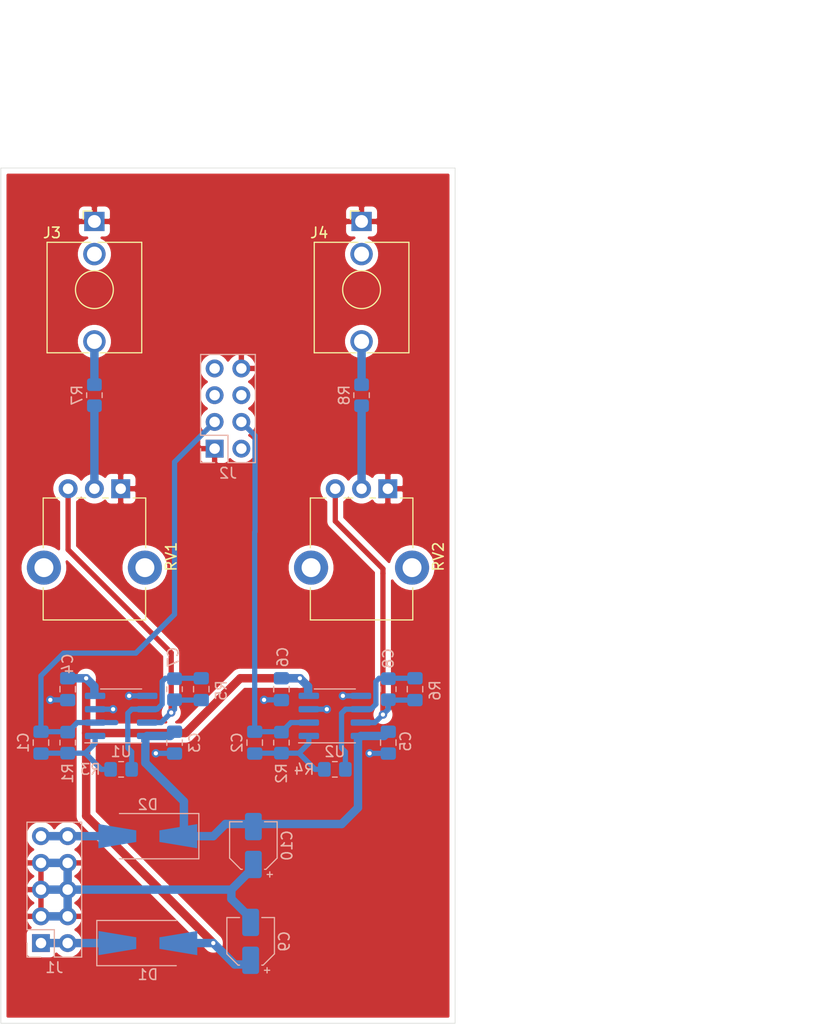
<source format=kicad_pcb>
(kicad_pcb (version 20171130) (host pcbnew "(5.1.9)-1")

  (general
    (thickness 1.6)
    (drawings 12)
    (tracks 137)
    (zones 0)
    (modules 28)
    (nets 24)
  )

  (page A4)
  (layers
    (0 F.Cu signal)
    (31 B.Cu signal)
    (32 B.Adhes user)
    (33 F.Adhes user)
    (34 B.Paste user)
    (35 F.Paste user)
    (36 B.SilkS user)
    (37 F.SilkS user)
    (38 B.Mask user)
    (39 F.Mask user)
    (40 Dwgs.User user)
    (41 Cmts.User user)
    (42 Eco1.User user)
    (43 Eco2.User user)
    (44 Edge.Cuts user)
    (45 Margin user)
    (46 B.CrtYd user)
    (47 F.CrtYd user)
    (48 B.Fab user)
    (49 F.Fab user)
  )

  (setup
    (last_trace_width 0.5)
    (user_trace_width 0.5)
    (user_trace_width 0.8)
    (trace_clearance 0.2)
    (zone_clearance 0.508)
    (zone_45_only no)
    (trace_min 0.2)
    (via_size 0.8)
    (via_drill 0.4)
    (via_min_size 0.4)
    (via_min_drill 0.3)
    (uvia_size 0.3)
    (uvia_drill 0.1)
    (uvias_allowed no)
    (uvia_min_size 0.2)
    (uvia_min_drill 0.1)
    (edge_width 0.05)
    (segment_width 0.2)
    (pcb_text_width 0.3)
    (pcb_text_size 1.5 1.5)
    (mod_edge_width 0.12)
    (mod_text_size 1 1)
    (mod_text_width 0.15)
    (pad_size 1.524 1.524)
    (pad_drill 0.762)
    (pad_to_mask_clearance 0)
    (aux_axis_origin 0 0)
    (grid_origin 130.82 139.7)
    (visible_elements 7FFFFFFF)
    (pcbplotparams
      (layerselection 0x010fc_ffffffff)
      (usegerberextensions false)
      (usegerberattributes true)
      (usegerberadvancedattributes true)
      (creategerberjobfile true)
      (excludeedgelayer true)
      (linewidth 0.100000)
      (plotframeref false)
      (viasonmask false)
      (mode 1)
      (useauxorigin false)
      (hpglpennumber 1)
      (hpglpenspeed 20)
      (hpglpendiameter 15.000000)
      (psnegative false)
      (psa4output false)
      (plotreference true)
      (plotvalue true)
      (plotinvisibletext false)
      (padsonsilk false)
      (subtractmaskfromsilk false)
      (outputformat 1)
      (mirror false)
      (drillshape 0)
      (scaleselection 1)
      (outputdirectory "Production/Gerber/"))
  )

  (net 0 "")
  (net 1 "Net-(C1-Pad2)")
  (net 2 R_Bus)
  (net 3 "Net-(C2-Pad2)")
  (net 4 L_Bus)
  (net 5 GND)
  (net 6 +12V)
  (net 7 -12V)
  (net 8 "Net-(C7-Pad2)")
  (net 9 "Net-(C7-Pad1)")
  (net 10 "Net-(C8-Pad2)")
  (net 11 "Net-(C8-Pad1)")
  (net 12 "Net-(D1-Pad1)")
  (net 13 "Net-(D2-Pad2)")
  (net 14 RES1)
  (net 15 L_Send)
  (net 16 R_Send)
  (net 17 RES2)
  (net 18 "Net-(J3-PadT)")
  (net 19 "Net-(J3-PadTN)")
  (net 20 "Net-(J4-PadT)")
  (net 21 "Net-(J4-PadTN)")
  (net 22 "Net-(R7-Pad2)")
  (net 23 "Net-(R8-Pad2)")

  (net_class Default "This is the default net class."
    (clearance 0.2)
    (trace_width 0.25)
    (via_dia 0.8)
    (via_drill 0.4)
    (uvia_dia 0.3)
    (uvia_drill 0.1)
    (add_net +12V)
    (add_net -12V)
    (add_net GND)
    (add_net L_Bus)
    (add_net L_Send)
    (add_net "Net-(C1-Pad2)")
    (add_net "Net-(C2-Pad2)")
    (add_net "Net-(C7-Pad1)")
    (add_net "Net-(C7-Pad2)")
    (add_net "Net-(C8-Pad1)")
    (add_net "Net-(C8-Pad2)")
    (add_net "Net-(D1-Pad1)")
    (add_net "Net-(D2-Pad2)")
    (add_net "Net-(J3-PadT)")
    (add_net "Net-(J3-PadTN)")
    (add_net "Net-(J4-PadT)")
    (add_net "Net-(J4-PadTN)")
    (add_net "Net-(R7-Pad2)")
    (add_net "Net-(R8-Pad2)")
    (add_net RES1)
    (add_net RES2)
    (add_net R_Bus)
    (add_net R_Send)
  )

  (module Capacitor_SMD:CP_Elec_4x5.8 (layer B.Cu) (tedit 5BCA39CF) (tstamp 602204BD)
    (at 154.813 122.809 90)
    (descr "SMD capacitor, aluminum electrolytic, Panasonic, 4.0x5.8mm")
    (tags "capacitor electrolytic")
    (path /6022071B)
    (attr smd)
    (fp_text reference C10 (at 0 3.2 90) (layer B.SilkS)
      (effects (font (size 1 1) (thickness 0.15)) (justify mirror))
    )
    (fp_text value 4.7µ (at 0 -3.2 90) (layer B.Fab)
      (effects (font (size 1 1) (thickness 0.15)) (justify mirror))
    )
    (fp_circle (center 0 0) (end 2 0) (layer B.Fab) (width 0.1))
    (fp_line (start 2.15 2.15) (end 2.15 -2.15) (layer B.Fab) (width 0.1))
    (fp_line (start -1.15 2.15) (end 2.15 2.15) (layer B.Fab) (width 0.1))
    (fp_line (start -1.15 -2.15) (end 2.15 -2.15) (layer B.Fab) (width 0.1))
    (fp_line (start -2.15 1.15) (end -2.15 -1.15) (layer B.Fab) (width 0.1))
    (fp_line (start -2.15 1.15) (end -1.15 2.15) (layer B.Fab) (width 0.1))
    (fp_line (start -2.15 -1.15) (end -1.15 -2.15) (layer B.Fab) (width 0.1))
    (fp_line (start -1.574773 1) (end -1.174773 1) (layer B.Fab) (width 0.1))
    (fp_line (start -1.374773 1.2) (end -1.374773 0.8) (layer B.Fab) (width 0.1))
    (fp_line (start 2.26 -2.26) (end 2.26 -1.06) (layer B.SilkS) (width 0.12))
    (fp_line (start 2.26 2.26) (end 2.26 1.06) (layer B.SilkS) (width 0.12))
    (fp_line (start -1.195563 2.26) (end 2.26 2.26) (layer B.SilkS) (width 0.12))
    (fp_line (start -1.195563 -2.26) (end 2.26 -2.26) (layer B.SilkS) (width 0.12))
    (fp_line (start -2.26 -1.195563) (end -2.26 -1.06) (layer B.SilkS) (width 0.12))
    (fp_line (start -2.26 1.195563) (end -2.26 1.06) (layer B.SilkS) (width 0.12))
    (fp_line (start -2.26 1.195563) (end -1.195563 2.26) (layer B.SilkS) (width 0.12))
    (fp_line (start -2.26 -1.195563) (end -1.195563 -2.26) (layer B.SilkS) (width 0.12))
    (fp_line (start -3 1.56) (end -2.5 1.56) (layer B.SilkS) (width 0.12))
    (fp_line (start -2.75 1.81) (end -2.75 1.31) (layer B.SilkS) (width 0.12))
    (fp_line (start 2.4 2.4) (end 2.4 1.05) (layer B.CrtYd) (width 0.05))
    (fp_line (start 2.4 1.05) (end 3.35 1.05) (layer B.CrtYd) (width 0.05))
    (fp_line (start 3.35 1.05) (end 3.35 -1.05) (layer B.CrtYd) (width 0.05))
    (fp_line (start 3.35 -1.05) (end 2.4 -1.05) (layer B.CrtYd) (width 0.05))
    (fp_line (start 2.4 -1.05) (end 2.4 -2.4) (layer B.CrtYd) (width 0.05))
    (fp_line (start -1.25 -2.4) (end 2.4 -2.4) (layer B.CrtYd) (width 0.05))
    (fp_line (start -1.25 2.4) (end 2.4 2.4) (layer B.CrtYd) (width 0.05))
    (fp_line (start -2.4 -1.25) (end -1.25 -2.4) (layer B.CrtYd) (width 0.05))
    (fp_line (start -2.4 1.25) (end -1.25 2.4) (layer B.CrtYd) (width 0.05))
    (fp_line (start -2.4 1.25) (end -2.4 1.05) (layer B.CrtYd) (width 0.05))
    (fp_line (start -2.4 -1.05) (end -2.4 -1.25) (layer B.CrtYd) (width 0.05))
    (fp_line (start -2.4 1.05) (end -3.35 1.05) (layer B.CrtYd) (width 0.05))
    (fp_line (start -3.35 1.05) (end -3.35 -1.05) (layer B.CrtYd) (width 0.05))
    (fp_line (start -3.35 -1.05) (end -2.4 -1.05) (layer B.CrtYd) (width 0.05))
    (fp_text user %R (at 0 0 90) (layer B.Fab)
      (effects (font (size 0.8 0.8) (thickness 0.12)) (justify mirror))
    )
    (pad 2 smd roundrect (at 1.8 0 90) (size 2.6 1.6) (layers B.Cu B.Paste B.Mask) (roundrect_rratio 0.15625)
      (net 6 +12V))
    (pad 1 smd roundrect (at -1.8 0 90) (size 2.6 1.6) (layers B.Cu B.Paste B.Mask) (roundrect_rratio 0.15625)
      (net 5 GND))
    (model ${KISYS3DMOD}/Capacitor_SMD.3dshapes/CP_Elec_4x5.8.wrl
      (at (xyz 0 0 0))
      (scale (xyz 1 1 1))
      (rotate (xyz 0 0 0))
    )
  )

  (module Capacitor_SMD:CP_Elec_4x5.8 (layer B.Cu) (tedit 5BCA39CF) (tstamp 601EE67E)
    (at 154.554999 131.914999 90)
    (descr "SMD capacitor, aluminum electrolytic, Panasonic, 4.0x5.8mm")
    (tags "capacitor electrolytic")
    (path /60337B50)
    (attr smd)
    (fp_text reference C9 (at 0 3.2 90) (layer B.SilkS)
      (effects (font (size 1 1) (thickness 0.15)) (justify mirror))
    )
    (fp_text value 4.7µ (at 0 -3.2 90) (layer B.Fab)
      (effects (font (size 1 1) (thickness 0.15)) (justify mirror))
    )
    (fp_circle (center 0 0) (end 2 0) (layer B.Fab) (width 0.1))
    (fp_line (start 2.15 2.15) (end 2.15 -2.15) (layer B.Fab) (width 0.1))
    (fp_line (start -1.15 2.15) (end 2.15 2.15) (layer B.Fab) (width 0.1))
    (fp_line (start -1.15 -2.15) (end 2.15 -2.15) (layer B.Fab) (width 0.1))
    (fp_line (start -2.15 1.15) (end -2.15 -1.15) (layer B.Fab) (width 0.1))
    (fp_line (start -2.15 1.15) (end -1.15 2.15) (layer B.Fab) (width 0.1))
    (fp_line (start -2.15 -1.15) (end -1.15 -2.15) (layer B.Fab) (width 0.1))
    (fp_line (start -1.574773 1) (end -1.174773 1) (layer B.Fab) (width 0.1))
    (fp_line (start -1.374773 1.2) (end -1.374773 0.8) (layer B.Fab) (width 0.1))
    (fp_line (start 2.26 -2.26) (end 2.26 -1.06) (layer B.SilkS) (width 0.12))
    (fp_line (start 2.26 2.26) (end 2.26 1.06) (layer B.SilkS) (width 0.12))
    (fp_line (start -1.195563 2.26) (end 2.26 2.26) (layer B.SilkS) (width 0.12))
    (fp_line (start -1.195563 -2.26) (end 2.26 -2.26) (layer B.SilkS) (width 0.12))
    (fp_line (start -2.26 -1.195563) (end -2.26 -1.06) (layer B.SilkS) (width 0.12))
    (fp_line (start -2.26 1.195563) (end -2.26 1.06) (layer B.SilkS) (width 0.12))
    (fp_line (start -2.26 1.195563) (end -1.195563 2.26) (layer B.SilkS) (width 0.12))
    (fp_line (start -2.26 -1.195563) (end -1.195563 -2.26) (layer B.SilkS) (width 0.12))
    (fp_line (start -3 1.56) (end -2.5 1.56) (layer B.SilkS) (width 0.12))
    (fp_line (start -2.75 1.81) (end -2.75 1.31) (layer B.SilkS) (width 0.12))
    (fp_line (start 2.4 2.4) (end 2.4 1.05) (layer B.CrtYd) (width 0.05))
    (fp_line (start 2.4 1.05) (end 3.35 1.05) (layer B.CrtYd) (width 0.05))
    (fp_line (start 3.35 1.05) (end 3.35 -1.05) (layer B.CrtYd) (width 0.05))
    (fp_line (start 3.35 -1.05) (end 2.4 -1.05) (layer B.CrtYd) (width 0.05))
    (fp_line (start 2.4 -1.05) (end 2.4 -2.4) (layer B.CrtYd) (width 0.05))
    (fp_line (start -1.25 -2.4) (end 2.4 -2.4) (layer B.CrtYd) (width 0.05))
    (fp_line (start -1.25 2.4) (end 2.4 2.4) (layer B.CrtYd) (width 0.05))
    (fp_line (start -2.4 -1.25) (end -1.25 -2.4) (layer B.CrtYd) (width 0.05))
    (fp_line (start -2.4 1.25) (end -1.25 2.4) (layer B.CrtYd) (width 0.05))
    (fp_line (start -2.4 1.25) (end -2.4 1.05) (layer B.CrtYd) (width 0.05))
    (fp_line (start -2.4 -1.05) (end -2.4 -1.25) (layer B.CrtYd) (width 0.05))
    (fp_line (start -2.4 1.05) (end -3.35 1.05) (layer B.CrtYd) (width 0.05))
    (fp_line (start -3.35 1.05) (end -3.35 -1.05) (layer B.CrtYd) (width 0.05))
    (fp_line (start -3.35 -1.05) (end -2.4 -1.05) (layer B.CrtYd) (width 0.05))
    (fp_text user %R (at 0 0 90) (layer B.Fab)
      (effects (font (size 0.8 0.8) (thickness 0.12)) (justify mirror))
    )
    (pad 2 smd roundrect (at 1.8 0 90) (size 2.6 1.6) (layers B.Cu B.Paste B.Mask) (roundrect_rratio 0.15625)
      (net 5 GND))
    (pad 1 smd roundrect (at -1.8 0 90) (size 2.6 1.6) (layers B.Cu B.Paste B.Mask) (roundrect_rratio 0.15625)
      (net 7 -12V))
    (model ${KISYS3DMOD}/Capacitor_SMD.3dshapes/CP_Elec_4x5.8.wrl
      (at (xyz 0 0 0))
      (scale (xyz 1 1 1))
      (rotate (xyz 0 0 0))
    )
  )

  (module Package_SO:SOIC-8_3.9x4.9mm_P1.27mm (layer B.Cu) (tedit 5D9F72B1) (tstamp 601F06CA)
    (at 162.56 110.49)
    (descr "SOIC, 8 Pin (JEDEC MS-012AA, https://www.analog.com/media/en/package-pcb-resources/package/pkg_pdf/soic_narrow-r/r_8.pdf), generated with kicad-footprint-generator ipc_gullwing_generator.py")
    (tags "SOIC SO")
    (path /602E2B7D)
    (attr smd)
    (fp_text reference U2 (at 0 3.4) (layer B.SilkS)
      (effects (font (size 1 1) (thickness 0.15)) (justify mirror))
    )
    (fp_text value TL072 (at 0 -3.4) (layer B.Fab)
      (effects (font (size 1 1) (thickness 0.15)) (justify mirror))
    )
    (fp_line (start 0 -2.56) (end 1.95 -2.56) (layer B.SilkS) (width 0.12))
    (fp_line (start 0 -2.56) (end -1.95 -2.56) (layer B.SilkS) (width 0.12))
    (fp_line (start 0 2.56) (end 1.95 2.56) (layer B.SilkS) (width 0.12))
    (fp_line (start 0 2.56) (end -3.45 2.56) (layer B.SilkS) (width 0.12))
    (fp_line (start -0.975 2.45) (end 1.95 2.45) (layer B.Fab) (width 0.1))
    (fp_line (start 1.95 2.45) (end 1.95 -2.45) (layer B.Fab) (width 0.1))
    (fp_line (start 1.95 -2.45) (end -1.95 -2.45) (layer B.Fab) (width 0.1))
    (fp_line (start -1.95 -2.45) (end -1.95 1.475) (layer B.Fab) (width 0.1))
    (fp_line (start -1.95 1.475) (end -0.975 2.45) (layer B.Fab) (width 0.1))
    (fp_line (start -3.7 2.7) (end -3.7 -2.7) (layer B.CrtYd) (width 0.05))
    (fp_line (start -3.7 -2.7) (end 3.7 -2.7) (layer B.CrtYd) (width 0.05))
    (fp_line (start 3.7 -2.7) (end 3.7 2.7) (layer B.CrtYd) (width 0.05))
    (fp_line (start 3.7 2.7) (end -3.7 2.7) (layer B.CrtYd) (width 0.05))
    (fp_text user %R (at 0 0) (layer B.Fab)
      (effects (font (size 0.98 0.98) (thickness 0.15)) (justify mirror))
    )
    (pad 8 smd roundrect (at 2.475 1.905) (size 1.95 0.6) (layers B.Cu B.Paste B.Mask) (roundrect_rratio 0.25)
      (net 6 +12V))
    (pad 7 smd roundrect (at 2.475 0.635) (size 1.95 0.6) (layers B.Cu B.Paste B.Mask) (roundrect_rratio 0.25)
      (net 10 "Net-(C8-Pad2)"))
    (pad 6 smd roundrect (at 2.475 -0.635) (size 1.95 0.6) (layers B.Cu B.Paste B.Mask) (roundrect_rratio 0.25)
      (net 11 "Net-(C8-Pad1)"))
    (pad 5 smd roundrect (at 2.475 -1.905) (size 1.95 0.6) (layers B.Cu B.Paste B.Mask) (roundrect_rratio 0.25)
      (net 5 GND))
    (pad 4 smd roundrect (at -2.475 -1.905) (size 1.95 0.6) (layers B.Cu B.Paste B.Mask) (roundrect_rratio 0.25)
      (net 7 -12V))
    (pad 3 smd roundrect (at -2.475 -0.635) (size 1.95 0.6) (layers B.Cu B.Paste B.Mask) (roundrect_rratio 0.25)
      (net 5 GND))
    (pad 2 smd roundrect (at -2.475 0.635) (size 1.95 0.6) (layers B.Cu B.Paste B.Mask) (roundrect_rratio 0.25)
      (net 4 L_Bus))
    (pad 1 smd roundrect (at -2.475 1.905) (size 1.95 0.6) (layers B.Cu B.Paste B.Mask) (roundrect_rratio 0.25)
      (net 3 "Net-(C2-Pad2)"))
    (model ${KISYS3DMOD}/Package_SO.3dshapes/SOIC-8_3.9x4.9mm_P1.27mm.wrl
      (at (xyz 0 0 0))
      (scale (xyz 1 1 1))
      (rotate (xyz 0 0 0))
    )
  )

  (module Package_SO:SOIC-8_3.9x4.9mm_P1.27mm (layer B.Cu) (tedit 5D9F72B1) (tstamp 601ED0D9)
    (at 142.24 110.49)
    (descr "SOIC, 8 Pin (JEDEC MS-012AA, https://www.analog.com/media/en/package-pcb-resources/package/pkg_pdf/soic_narrow-r/r_8.pdf), generated with kicad-footprint-generator ipc_gullwing_generator.py")
    (tags "SOIC SO")
    (path /602838FB)
    (attr smd)
    (fp_text reference U1 (at 0 3.4) (layer B.SilkS)
      (effects (font (size 1 1) (thickness 0.15)) (justify mirror))
    )
    (fp_text value TL072 (at 0 -3.4) (layer B.Fab)
      (effects (font (size 1 1) (thickness 0.15)) (justify mirror))
    )
    (fp_line (start 0 -2.56) (end 1.95 -2.56) (layer B.SilkS) (width 0.12))
    (fp_line (start 0 -2.56) (end -1.95 -2.56) (layer B.SilkS) (width 0.12))
    (fp_line (start 0 2.56) (end 1.95 2.56) (layer B.SilkS) (width 0.12))
    (fp_line (start 0 2.56) (end -3.45 2.56) (layer B.SilkS) (width 0.12))
    (fp_line (start -0.975 2.45) (end 1.95 2.45) (layer B.Fab) (width 0.1))
    (fp_line (start 1.95 2.45) (end 1.95 -2.45) (layer B.Fab) (width 0.1))
    (fp_line (start 1.95 -2.45) (end -1.95 -2.45) (layer B.Fab) (width 0.1))
    (fp_line (start -1.95 -2.45) (end -1.95 1.475) (layer B.Fab) (width 0.1))
    (fp_line (start -1.95 1.475) (end -0.975 2.45) (layer B.Fab) (width 0.1))
    (fp_line (start -3.7 2.7) (end -3.7 -2.7) (layer B.CrtYd) (width 0.05))
    (fp_line (start -3.7 -2.7) (end 3.7 -2.7) (layer B.CrtYd) (width 0.05))
    (fp_line (start 3.7 -2.7) (end 3.7 2.7) (layer B.CrtYd) (width 0.05))
    (fp_line (start 3.7 2.7) (end -3.7 2.7) (layer B.CrtYd) (width 0.05))
    (fp_text user %R (at 0 0) (layer B.Fab)
      (effects (font (size 0.98 0.98) (thickness 0.15)) (justify mirror))
    )
    (pad 8 smd roundrect (at 2.475 1.905) (size 1.95 0.6) (layers B.Cu B.Paste B.Mask) (roundrect_rratio 0.25)
      (net 6 +12V))
    (pad 7 smd roundrect (at 2.475 0.635) (size 1.95 0.6) (layers B.Cu B.Paste B.Mask) (roundrect_rratio 0.25)
      (net 8 "Net-(C7-Pad2)"))
    (pad 6 smd roundrect (at 2.475 -0.635) (size 1.95 0.6) (layers B.Cu B.Paste B.Mask) (roundrect_rratio 0.25)
      (net 9 "Net-(C7-Pad1)"))
    (pad 5 smd roundrect (at 2.475 -1.905) (size 1.95 0.6) (layers B.Cu B.Paste B.Mask) (roundrect_rratio 0.25)
      (net 5 GND))
    (pad 4 smd roundrect (at -2.475 -1.905) (size 1.95 0.6) (layers B.Cu B.Paste B.Mask) (roundrect_rratio 0.25)
      (net 7 -12V))
    (pad 3 smd roundrect (at -2.475 -0.635) (size 1.95 0.6) (layers B.Cu B.Paste B.Mask) (roundrect_rratio 0.25)
      (net 5 GND))
    (pad 2 smd roundrect (at -2.475 0.635) (size 1.95 0.6) (layers B.Cu B.Paste B.Mask) (roundrect_rratio 0.25)
      (net 2 R_Bus))
    (pad 1 smd roundrect (at -2.475 1.905) (size 1.95 0.6) (layers B.Cu B.Paste B.Mask) (roundrect_rratio 0.25)
      (net 1 "Net-(C1-Pad2)"))
    (model ${KISYS3DMOD}/Package_SO.3dshapes/SOIC-8_3.9x4.9mm_P1.27mm.wrl
      (at (xyz 0 0 0))
      (scale (xyz 1 1 1))
      (rotate (xyz 0 0 0))
    )
  )

  (module Potentiometer_THT:Potentiometer_Alpha_RD901F-40-00D_Single_Vertical_CircularHoles (layer F.Cu) (tedit 5C6C6C48) (tstamp 601ED0BF)
    (at 167.6 88.9 270)
    (descr "Potentiometer, vertical, 9mm, single, http://www.taiwanalpha.com.tw/downloads?target=products&id=113")
    (tags "potentiometer vertical 9mm single")
    (path /602E2B60)
    (fp_text reference RV2 (at 6.45 -4.8 270) (layer F.SilkS)
      (effects (font (size 1 1) (thickness 0.15)))
    )
    (fp_text value 10k_log (at 1.778 8.85 90) (layer F.Fab)
      (effects (font (size 1 1) (thickness 0.15)))
    )
    (fp_line (start -1.15 9.17) (end 12.6 9.17) (layer F.CrtYd) (width 0.05))
    (fp_line (start -1.15 -4.17) (end -1.15 9.17) (layer F.CrtYd) (width 0.05))
    (fp_line (start 12.6 -4.17) (end -1.15 -4.17) (layer F.CrtYd) (width 0.05))
    (fp_line (start 12.6 9.17) (end 12.6 -4.17) (layer F.CrtYd) (width 0.05))
    (fp_line (start 12.47 7.37) (end 12.47 -2.37) (layer F.SilkS) (width 0.12))
    (fp_line (start 0.88 7.37) (end 0.88 5.88) (layer F.SilkS) (width 0.12))
    (fp_line (start 9.41 7.37) (end 12.47 7.37) (layer F.SilkS) (width 0.12))
    (fp_line (start 0.88 -2.38) (end 5.6 -2.38) (layer F.SilkS) (width 0.12))
    (fp_circle (center 7.5 2.5) (end 7.5 -1) (layer F.Fab) (width 0.1))
    (fp_line (start 1 7.25) (end 1 -2.25) (layer F.Fab) (width 0.1))
    (fp_line (start 12.35 7.25) (end 12.35 -2.25) (layer F.Fab) (width 0.1))
    (fp_line (start 1 -2.25) (end 12.35 -2.25) (layer F.Fab) (width 0.1))
    (fp_line (start 1 7.25) (end 12.35 7.25) (layer F.Fab) (width 0.1))
    (fp_line (start 9.41 -2.37) (end 12.47 -2.37) (layer F.SilkS) (width 0.12))
    (fp_line (start 0.88 7.37) (end 5.6 7.37) (layer F.SilkS) (width 0.12))
    (fp_line (start 0.88 -1.19) (end 0.88 -2.37) (layer F.SilkS) (width 0.12))
    (fp_line (start 0.88 1.71) (end 0.88 1.18) (layer F.SilkS) (width 0.12))
    (fp_line (start 0.88 4.16) (end 0.88 3.33) (layer F.SilkS) (width 0.12))
    (fp_text user %R (at 7.62 2.54 90) (layer F.Fab)
      (effects (font (size 1 1) (thickness 0.15)))
    )
    (pad "" thru_hole circle (at 7.5 -2.3) (size 3.24 3.24) (drill 1.8) (layers *.Cu *.Mask))
    (pad "" thru_hole circle (at 7.5 7.3) (size 3.24 3.24) (drill 1.8) (layers *.Cu *.Mask))
    (pad 3 thru_hole circle (at 0 5) (size 1.8 1.8) (drill 1) (layers *.Cu *.Mask)
      (net 10 "Net-(C8-Pad2)"))
    (pad 2 thru_hole circle (at 0 2.5) (size 1.8 1.8) (drill 1) (layers *.Cu *.Mask)
      (net 23 "Net-(R8-Pad2)"))
    (pad 1 thru_hole rect (at 0 0) (size 1.8 1.8) (drill 1) (layers *.Cu *.Mask)
      (net 5 GND))
    (model ${KISYS3DMOD}/Potentiometer_THT.3dshapes/Potentiometer_Alpha_RD901F-40-00D_Single_Vertical.wrl
      (at (xyz 0 0 0))
      (scale (xyz 1 1 1))
      (rotate (xyz 0 0 0))
    )
  )

  (module Potentiometer_THT:Potentiometer_Alpha_RD901F-40-00D_Single_Vertical_CircularHoles (layer F.Cu) (tedit 5C6C6C48) (tstamp 601ED0A3)
    (at 142.2 88.9 270)
    (descr "Potentiometer, vertical, 9mm, single, http://www.taiwanalpha.com.tw/downloads?target=products&id=113")
    (tags "potentiometer vertical 9mm single")
    (path /60254774)
    (fp_text reference RV1 (at 6.45 -4.8 270) (layer F.SilkS)
      (effects (font (size 1 1) (thickness 0.15)))
    )
    (fp_text value 10k_log (at 1.905 8.342 270) (layer F.Fab)
      (effects (font (size 1 1) (thickness 0.15)))
    )
    (fp_line (start -1.15 9.17) (end 12.6 9.17) (layer F.CrtYd) (width 0.05))
    (fp_line (start -1.15 -4.17) (end -1.15 9.17) (layer F.CrtYd) (width 0.05))
    (fp_line (start 12.6 -4.17) (end -1.15 -4.17) (layer F.CrtYd) (width 0.05))
    (fp_line (start 12.6 9.17) (end 12.6 -4.17) (layer F.CrtYd) (width 0.05))
    (fp_line (start 12.47 7.37) (end 12.47 -2.37) (layer F.SilkS) (width 0.12))
    (fp_line (start 0.88 7.37) (end 0.88 5.88) (layer F.SilkS) (width 0.12))
    (fp_line (start 9.41 7.37) (end 12.47 7.37) (layer F.SilkS) (width 0.12))
    (fp_line (start 0.88 -2.38) (end 5.6 -2.38) (layer F.SilkS) (width 0.12))
    (fp_circle (center 7.5 2.5) (end 7.5 -1) (layer F.Fab) (width 0.1))
    (fp_line (start 1 7.25) (end 1 -2.25) (layer F.Fab) (width 0.1))
    (fp_line (start 12.35 7.25) (end 12.35 -2.25) (layer F.Fab) (width 0.1))
    (fp_line (start 1 -2.25) (end 12.35 -2.25) (layer F.Fab) (width 0.1))
    (fp_line (start 1 7.25) (end 12.35 7.25) (layer F.Fab) (width 0.1))
    (fp_line (start 9.41 -2.37) (end 12.47 -2.37) (layer F.SilkS) (width 0.12))
    (fp_line (start 0.88 7.37) (end 5.6 7.37) (layer F.SilkS) (width 0.12))
    (fp_line (start 0.88 -1.19) (end 0.88 -2.37) (layer F.SilkS) (width 0.12))
    (fp_line (start 0.88 1.71) (end 0.88 1.18) (layer F.SilkS) (width 0.12))
    (fp_line (start 0.88 4.16) (end 0.88 3.33) (layer F.SilkS) (width 0.12))
    (fp_text user %R (at 7.62 2.54 90) (layer F.Fab)
      (effects (font (size 1 1) (thickness 0.15)))
    )
    (pad "" thru_hole circle (at 7.5 -2.3) (size 3.24 3.24) (drill 1.8) (layers *.Cu *.Mask))
    (pad "" thru_hole circle (at 7.5 7.3) (size 3.24 3.24) (drill 1.8) (layers *.Cu *.Mask))
    (pad 3 thru_hole circle (at 0 5) (size 1.8 1.8) (drill 1) (layers *.Cu *.Mask)
      (net 8 "Net-(C7-Pad2)"))
    (pad 2 thru_hole circle (at 0 2.5) (size 1.8 1.8) (drill 1) (layers *.Cu *.Mask)
      (net 22 "Net-(R7-Pad2)"))
    (pad 1 thru_hole rect (at 0 0) (size 1.8 1.8) (drill 1) (layers *.Cu *.Mask)
      (net 5 GND))
    (model ${KISYS3DMOD}/Potentiometer_THT.3dshapes/Potentiometer_Alpha_RD901F-40-00D_Single_Vertical.wrl
      (at (xyz 0 0 0))
      (scale (xyz 1 1 1))
      (rotate (xyz 0 0 0))
    )
  )

  (module Resistor_SMD:R_0805_2012Metric_Pad1.20x1.40mm_HandSolder (layer B.Cu) (tedit 5F68FEEE) (tstamp 601F0540)
    (at 165.1 80.01 270)
    (descr "Resistor SMD 0805 (2012 Metric), square (rectangular) end terminal, IPC_7351 nominal with elongated pad for handsoldering. (Body size source: IPC-SM-782 page 72, https://www.pcb-3d.com/wordpress/wp-content/uploads/ipc-sm-782a_amendment_1_and_2.pdf), generated with kicad-footprint-generator")
    (tags "resistor handsolder")
    (path /602E2B66)
    (attr smd)
    (fp_text reference R8 (at 0 1.65 90) (layer B.SilkS)
      (effects (font (size 1 1) (thickness 0.15)) (justify mirror))
    )
    (fp_text value 100R (at 0 -1.65 90) (layer B.Fab)
      (effects (font (size 1 1) (thickness 0.15)) (justify mirror))
    )
    (fp_line (start -1 -0.625) (end -1 0.625) (layer B.Fab) (width 0.1))
    (fp_line (start -1 0.625) (end 1 0.625) (layer B.Fab) (width 0.1))
    (fp_line (start 1 0.625) (end 1 -0.625) (layer B.Fab) (width 0.1))
    (fp_line (start 1 -0.625) (end -1 -0.625) (layer B.Fab) (width 0.1))
    (fp_line (start -0.227064 0.735) (end 0.227064 0.735) (layer B.SilkS) (width 0.12))
    (fp_line (start -0.227064 -0.735) (end 0.227064 -0.735) (layer B.SilkS) (width 0.12))
    (fp_line (start -1.85 -0.95) (end -1.85 0.95) (layer B.CrtYd) (width 0.05))
    (fp_line (start -1.85 0.95) (end 1.85 0.95) (layer B.CrtYd) (width 0.05))
    (fp_line (start 1.85 0.95) (end 1.85 -0.95) (layer B.CrtYd) (width 0.05))
    (fp_line (start 1.85 -0.95) (end -1.85 -0.95) (layer B.CrtYd) (width 0.05))
    (fp_text user %R (at 0 0 90) (layer B.Fab)
      (effects (font (size 0.5 0.5) (thickness 0.08)) (justify mirror))
    )
    (pad 2 smd roundrect (at 1 0 270) (size 1.2 1.4) (layers B.Cu B.Paste B.Mask) (roundrect_rratio 0.2083325)
      (net 23 "Net-(R8-Pad2)"))
    (pad 1 smd roundrect (at -1 0 270) (size 1.2 1.4) (layers B.Cu B.Paste B.Mask) (roundrect_rratio 0.2083325)
      (net 20 "Net-(J4-PadT)"))
    (model ${KISYS3DMOD}/Resistor_SMD.3dshapes/R_0805_2012Metric.wrl
      (at (xyz 0 0 0))
      (scale (xyz 1 1 1))
      (rotate (xyz 0 0 0))
    )
  )

  (module Resistor_SMD:R_0805_2012Metric_Pad1.20x1.40mm_HandSolder (layer B.Cu) (tedit 5F68FEEE) (tstamp 601F0591)
    (at 139.7 80.01 270)
    (descr "Resistor SMD 0805 (2012 Metric), square (rectangular) end terminal, IPC_7351 nominal with elongated pad for handsoldering. (Body size source: IPC-SM-782 page 72, https://www.pcb-3d.com/wordpress/wp-content/uploads/ipc-sm-782a_amendment_1_and_2.pdf), generated with kicad-footprint-generator")
    (tags "resistor handsolder")
    (path /6025AC96)
    (attr smd)
    (fp_text reference R7 (at 0 1.65 90) (layer B.SilkS)
      (effects (font (size 1 1) (thickness 0.15)) (justify mirror))
    )
    (fp_text value 100R (at 0 -1.65 90) (layer B.Fab)
      (effects (font (size 1 1) (thickness 0.15)) (justify mirror))
    )
    (fp_line (start -1 -0.625) (end -1 0.625) (layer B.Fab) (width 0.1))
    (fp_line (start -1 0.625) (end 1 0.625) (layer B.Fab) (width 0.1))
    (fp_line (start 1 0.625) (end 1 -0.625) (layer B.Fab) (width 0.1))
    (fp_line (start 1 -0.625) (end -1 -0.625) (layer B.Fab) (width 0.1))
    (fp_line (start -0.227064 0.735) (end 0.227064 0.735) (layer B.SilkS) (width 0.12))
    (fp_line (start -0.227064 -0.735) (end 0.227064 -0.735) (layer B.SilkS) (width 0.12))
    (fp_line (start -1.85 -0.95) (end -1.85 0.95) (layer B.CrtYd) (width 0.05))
    (fp_line (start -1.85 0.95) (end 1.85 0.95) (layer B.CrtYd) (width 0.05))
    (fp_line (start 1.85 0.95) (end 1.85 -0.95) (layer B.CrtYd) (width 0.05))
    (fp_line (start 1.85 -0.95) (end -1.85 -0.95) (layer B.CrtYd) (width 0.05))
    (fp_text user %R (at 0 0 90) (layer B.Fab)
      (effects (font (size 0.5 0.5) (thickness 0.08)) (justify mirror))
    )
    (pad 2 smd roundrect (at 1 0 270) (size 1.2 1.4) (layers B.Cu B.Paste B.Mask) (roundrect_rratio 0.2083325)
      (net 22 "Net-(R7-Pad2)"))
    (pad 1 smd roundrect (at -1 0 270) (size 1.2 1.4) (layers B.Cu B.Paste B.Mask) (roundrect_rratio 0.2083325)
      (net 18 "Net-(J3-PadT)"))
    (model ${KISYS3DMOD}/Resistor_SMD.3dshapes/R_0805_2012Metric.wrl
      (at (xyz 0 0 0))
      (scale (xyz 1 1 1))
      (rotate (xyz 0 0 0))
    )
  )

  (module Resistor_SMD:R_0805_2012Metric_Pad1.20x1.40mm_HandSolder (layer B.Cu) (tedit 5F68FEEE) (tstamp 601ED065)
    (at 167.64 107.95 90)
    (descr "Resistor SMD 0805 (2012 Metric), square (rectangular) end terminal, IPC_7351 nominal with elongated pad for handsoldering. (Body size source: IPC-SM-782 page 72, https://www.pcb-3d.com/wordpress/wp-content/uploads/ipc-sm-782a_amendment_1_and_2.pdf), generated with kicad-footprint-generator")
    (tags "resistor handsolder")
    (path /602E2B93)
    (attr smd)
    (fp_text reference R6 (at -0.127 4.445 90) (layer B.SilkS)
      (effects (font (size 1 1) (thickness 0.15)) (justify mirror))
    )
    (fp_text value 10k (at 3.302 -1.397 90) (layer B.Fab)
      (effects (font (size 1 1) (thickness 0.15)) (justify mirror))
    )
    (fp_line (start -1 -0.625) (end -1 0.625) (layer B.Fab) (width 0.1))
    (fp_line (start -1 0.625) (end 1 0.625) (layer B.Fab) (width 0.1))
    (fp_line (start 1 0.625) (end 1 -0.625) (layer B.Fab) (width 0.1))
    (fp_line (start 1 -0.625) (end -1 -0.625) (layer B.Fab) (width 0.1))
    (fp_line (start -0.227064 0.735) (end 0.227064 0.735) (layer B.SilkS) (width 0.12))
    (fp_line (start -0.227064 -0.735) (end 0.227064 -0.735) (layer B.SilkS) (width 0.12))
    (fp_line (start -1.85 -0.95) (end -1.85 0.95) (layer B.CrtYd) (width 0.05))
    (fp_line (start -1.85 0.95) (end 1.85 0.95) (layer B.CrtYd) (width 0.05))
    (fp_line (start 1.85 0.95) (end 1.85 -0.95) (layer B.CrtYd) (width 0.05))
    (fp_line (start 1.85 -0.95) (end -1.85 -0.95) (layer B.CrtYd) (width 0.05))
    (fp_text user %R (at 0 0 90) (layer B.Fab)
      (effects (font (size 0.5 0.5) (thickness 0.08)) (justify mirror))
    )
    (pad 2 smd roundrect (at 1 0 90) (size 1.2 1.4) (layers B.Cu B.Paste B.Mask) (roundrect_rratio 0.2083325)
      (net 11 "Net-(C8-Pad1)"))
    (pad 1 smd roundrect (at -1 0 90) (size 1.2 1.4) (layers B.Cu B.Paste B.Mask) (roundrect_rratio 0.2083325)
      (net 10 "Net-(C8-Pad2)"))
    (model ${KISYS3DMOD}/Resistor_SMD.3dshapes/R_0805_2012Metric.wrl
      (at (xyz 0 0 0))
      (scale (xyz 1 1 1))
      (rotate (xyz 0 0 0))
    )
  )

  (module Resistor_SMD:R_0805_2012Metric_Pad1.20x1.40mm_HandSolder (layer B.Cu) (tedit 5F68FEEE) (tstamp 601ED054)
    (at 147.32 107.95 90)
    (descr "Resistor SMD 0805 (2012 Metric), square (rectangular) end terminal, IPC_7351 nominal with elongated pad for handsoldering. (Body size source: IPC-SM-782 page 72, https://www.pcb-3d.com/wordpress/wp-content/uploads/ipc-sm-782a_amendment_1_and_2.pdf), generated with kicad-footprint-generator")
    (tags "resistor handsolder")
    (path /6029B52E)
    (attr smd)
    (fp_text reference R5 (at -0.127 4.445 90) (layer B.SilkS)
      (effects (font (size 1 1) (thickness 0.15)) (justify mirror))
    )
    (fp_text value 10k (at 3.429 -1.778 90) (layer B.Fab)
      (effects (font (size 1 1) (thickness 0.15)) (justify mirror))
    )
    (fp_line (start -1 -0.625) (end -1 0.625) (layer B.Fab) (width 0.1))
    (fp_line (start -1 0.625) (end 1 0.625) (layer B.Fab) (width 0.1))
    (fp_line (start 1 0.625) (end 1 -0.625) (layer B.Fab) (width 0.1))
    (fp_line (start 1 -0.625) (end -1 -0.625) (layer B.Fab) (width 0.1))
    (fp_line (start -0.227064 0.735) (end 0.227064 0.735) (layer B.SilkS) (width 0.12))
    (fp_line (start -0.227064 -0.735) (end 0.227064 -0.735) (layer B.SilkS) (width 0.12))
    (fp_line (start -1.85 -0.95) (end -1.85 0.95) (layer B.CrtYd) (width 0.05))
    (fp_line (start -1.85 0.95) (end 1.85 0.95) (layer B.CrtYd) (width 0.05))
    (fp_line (start 1.85 0.95) (end 1.85 -0.95) (layer B.CrtYd) (width 0.05))
    (fp_line (start 1.85 -0.95) (end -1.85 -0.95) (layer B.CrtYd) (width 0.05))
    (fp_text user %R (at 0 0 90) (layer B.Fab)
      (effects (font (size 0.5 0.5) (thickness 0.08)) (justify mirror))
    )
    (pad 2 smd roundrect (at 1 0 90) (size 1.2 1.4) (layers B.Cu B.Paste B.Mask) (roundrect_rratio 0.2083325)
      (net 9 "Net-(C7-Pad1)"))
    (pad 1 smd roundrect (at -1 0 90) (size 1.2 1.4) (layers B.Cu B.Paste B.Mask) (roundrect_rratio 0.2083325)
      (net 8 "Net-(C7-Pad2)"))
    (model ${KISYS3DMOD}/Resistor_SMD.3dshapes/R_0805_2012Metric.wrl
      (at (xyz 0 0 0))
      (scale (xyz 1 1 1))
      (rotate (xyz 0 0 0))
    )
  )

  (module Resistor_SMD:R_0805_2012Metric_Pad1.20x1.40mm_HandSolder (layer B.Cu) (tedit 5F68FEEE) (tstamp 601ED043)
    (at 162.56 115.57 180)
    (descr "Resistor SMD 0805 (2012 Metric), square (rectangular) end terminal, IPC_7351 nominal with elongated pad for handsoldering. (Body size source: IPC-SM-782 page 72, https://www.pcb-3d.com/wordpress/wp-content/uploads/ipc-sm-782a_amendment_1_and_2.pdf), generated with kicad-footprint-generator")
    (tags "resistor handsolder")
    (path /602E2B9F)
    (attr smd)
    (fp_text reference R4 (at 2.921 0) (layer B.SilkS)
      (effects (font (size 1 1) (thickness 0.15)) (justify mirror))
    )
    (fp_text value 10k (at 0 -1.65) (layer B.Fab)
      (effects (font (size 1 1) (thickness 0.15)) (justify mirror))
    )
    (fp_line (start -1 -0.625) (end -1 0.625) (layer B.Fab) (width 0.1))
    (fp_line (start -1 0.625) (end 1 0.625) (layer B.Fab) (width 0.1))
    (fp_line (start 1 0.625) (end 1 -0.625) (layer B.Fab) (width 0.1))
    (fp_line (start 1 -0.625) (end -1 -0.625) (layer B.Fab) (width 0.1))
    (fp_line (start -0.227064 0.735) (end 0.227064 0.735) (layer B.SilkS) (width 0.12))
    (fp_line (start -0.227064 -0.735) (end 0.227064 -0.735) (layer B.SilkS) (width 0.12))
    (fp_line (start -1.85 -0.95) (end -1.85 0.95) (layer B.CrtYd) (width 0.05))
    (fp_line (start -1.85 0.95) (end 1.85 0.95) (layer B.CrtYd) (width 0.05))
    (fp_line (start 1.85 0.95) (end 1.85 -0.95) (layer B.CrtYd) (width 0.05))
    (fp_line (start 1.85 -0.95) (end -1.85 -0.95) (layer B.CrtYd) (width 0.05))
    (fp_text user %R (at 0 0) (layer B.Fab)
      (effects (font (size 0.5 0.5) (thickness 0.08)) (justify mirror))
    )
    (pad 2 smd roundrect (at 1 0 180) (size 1.2 1.4) (layers B.Cu B.Paste B.Mask) (roundrect_rratio 0.2083325)
      (net 3 "Net-(C2-Pad2)"))
    (pad 1 smd roundrect (at -1 0 180) (size 1.2 1.4) (layers B.Cu B.Paste B.Mask) (roundrect_rratio 0.2083325)
      (net 11 "Net-(C8-Pad1)"))
    (model ${KISYS3DMOD}/Resistor_SMD.3dshapes/R_0805_2012Metric.wrl
      (at (xyz 0 0 0))
      (scale (xyz 1 1 1))
      (rotate (xyz 0 0 0))
    )
  )

  (module Resistor_SMD:R_0805_2012Metric_Pad1.20x1.40mm_HandSolder (layer B.Cu) (tedit 5F68FEEE) (tstamp 601ED032)
    (at 142.24 115.57 180)
    (descr "Resistor SMD 0805 (2012 Metric), square (rectangular) end terminal, IPC_7351 nominal with elongated pad for handsoldering. (Body size source: IPC-SM-782 page 72, https://www.pcb-3d.com/wordpress/wp-content/uploads/ipc-sm-782a_amendment_1_and_2.pdf), generated with kicad-footprint-generator")
    (tags "resistor handsolder")
    (path /6029CB38)
    (attr smd)
    (fp_text reference R3 (at 2.921 0) (layer B.SilkS)
      (effects (font (size 1 1) (thickness 0.15)) (justify mirror))
    )
    (fp_text value 10k (at 0 -1.65) (layer B.Fab)
      (effects (font (size 1 1) (thickness 0.15)) (justify mirror))
    )
    (fp_line (start -1 -0.625) (end -1 0.625) (layer B.Fab) (width 0.1))
    (fp_line (start -1 0.625) (end 1 0.625) (layer B.Fab) (width 0.1))
    (fp_line (start 1 0.625) (end 1 -0.625) (layer B.Fab) (width 0.1))
    (fp_line (start 1 -0.625) (end -1 -0.625) (layer B.Fab) (width 0.1))
    (fp_line (start -0.227064 0.735) (end 0.227064 0.735) (layer B.SilkS) (width 0.12))
    (fp_line (start -0.227064 -0.735) (end 0.227064 -0.735) (layer B.SilkS) (width 0.12))
    (fp_line (start -1.85 -0.95) (end -1.85 0.95) (layer B.CrtYd) (width 0.05))
    (fp_line (start -1.85 0.95) (end 1.85 0.95) (layer B.CrtYd) (width 0.05))
    (fp_line (start 1.85 0.95) (end 1.85 -0.95) (layer B.CrtYd) (width 0.05))
    (fp_line (start 1.85 -0.95) (end -1.85 -0.95) (layer B.CrtYd) (width 0.05))
    (fp_text user %R (at 0 0) (layer B.Fab)
      (effects (font (size 0.5 0.5) (thickness 0.08)) (justify mirror))
    )
    (pad 2 smd roundrect (at 1 0 180) (size 1.2 1.4) (layers B.Cu B.Paste B.Mask) (roundrect_rratio 0.2083325)
      (net 1 "Net-(C1-Pad2)"))
    (pad 1 smd roundrect (at -1 0 180) (size 1.2 1.4) (layers B.Cu B.Paste B.Mask) (roundrect_rratio 0.2083325)
      (net 9 "Net-(C7-Pad1)"))
    (model ${KISYS3DMOD}/Resistor_SMD.3dshapes/R_0805_2012Metric.wrl
      (at (xyz 0 0 0))
      (scale (xyz 1 1 1))
      (rotate (xyz 0 0 0))
    )
  )

  (module Resistor_SMD:R_0805_2012Metric_Pad1.20x1.40mm_HandSolder (layer B.Cu) (tedit 5F68FEEE) (tstamp 601ED021)
    (at 157.48 113.03 90)
    (descr "Resistor SMD 0805 (2012 Metric), square (rectangular) end terminal, IPC_7351 nominal with elongated pad for handsoldering. (Body size source: IPC-SM-782 page 72, https://www.pcb-3d.com/wordpress/wp-content/uploads/ipc-sm-782a_amendment_1_and_2.pdf), generated with kicad-footprint-generator")
    (tags "resistor handsolder")
    (path /602E2B99)
    (attr smd)
    (fp_text reference R2 (at -2.921 0 90) (layer B.SilkS)
      (effects (font (size 1 1) (thickness 0.15)) (justify mirror))
    )
    (fp_text value 10k (at -5.461 0 90) (layer B.Fab)
      (effects (font (size 1 1) (thickness 0.15)) (justify mirror))
    )
    (fp_line (start -1 -0.625) (end -1 0.625) (layer B.Fab) (width 0.1))
    (fp_line (start -1 0.625) (end 1 0.625) (layer B.Fab) (width 0.1))
    (fp_line (start 1 0.625) (end 1 -0.625) (layer B.Fab) (width 0.1))
    (fp_line (start 1 -0.625) (end -1 -0.625) (layer B.Fab) (width 0.1))
    (fp_line (start -0.227064 0.735) (end 0.227064 0.735) (layer B.SilkS) (width 0.12))
    (fp_line (start -0.227064 -0.735) (end 0.227064 -0.735) (layer B.SilkS) (width 0.12))
    (fp_line (start -1.85 -0.95) (end -1.85 0.95) (layer B.CrtYd) (width 0.05))
    (fp_line (start -1.85 0.95) (end 1.85 0.95) (layer B.CrtYd) (width 0.05))
    (fp_line (start 1.85 0.95) (end 1.85 -0.95) (layer B.CrtYd) (width 0.05))
    (fp_line (start 1.85 -0.95) (end -1.85 -0.95) (layer B.CrtYd) (width 0.05))
    (fp_text user %R (at 0 0 90) (layer B.Fab)
      (effects (font (size 0.5 0.5) (thickness 0.08)) (justify mirror))
    )
    (pad 2 smd roundrect (at 1 0 90) (size 1.2 1.4) (layers B.Cu B.Paste B.Mask) (roundrect_rratio 0.2083325)
      (net 4 L_Bus))
    (pad 1 smd roundrect (at -1 0 90) (size 1.2 1.4) (layers B.Cu B.Paste B.Mask) (roundrect_rratio 0.2083325)
      (net 3 "Net-(C2-Pad2)"))
    (model ${KISYS3DMOD}/Resistor_SMD.3dshapes/R_0805_2012Metric.wrl
      (at (xyz 0 0 0))
      (scale (xyz 1 1 1))
      (rotate (xyz 0 0 0))
    )
  )

  (module Resistor_SMD:R_0805_2012Metric_Pad1.20x1.40mm_HandSolder (layer B.Cu) (tedit 5F68FEEE) (tstamp 601ED010)
    (at 137.16 113.03 90)
    (descr "Resistor SMD 0805 (2012 Metric), square (rectangular) end terminal, IPC_7351 nominal with elongated pad for handsoldering. (Body size source: IPC-SM-782 page 72, https://www.pcb-3d.com/wordpress/wp-content/uploads/ipc-sm-782a_amendment_1_and_2.pdf), generated with kicad-footprint-generator")
    (tags "resistor handsolder")
    (path /6029C1EA)
    (attr smd)
    (fp_text reference R1 (at -2.921 0 90) (layer B.SilkS)
      (effects (font (size 1 1) (thickness 0.15)) (justify mirror))
    )
    (fp_text value 10k (at -5.207 0 90) (layer B.Fab)
      (effects (font (size 1 1) (thickness 0.15)) (justify mirror))
    )
    (fp_line (start -1 -0.625) (end -1 0.625) (layer B.Fab) (width 0.1))
    (fp_line (start -1 0.625) (end 1 0.625) (layer B.Fab) (width 0.1))
    (fp_line (start 1 0.625) (end 1 -0.625) (layer B.Fab) (width 0.1))
    (fp_line (start 1 -0.625) (end -1 -0.625) (layer B.Fab) (width 0.1))
    (fp_line (start -0.227064 0.735) (end 0.227064 0.735) (layer B.SilkS) (width 0.12))
    (fp_line (start -0.227064 -0.735) (end 0.227064 -0.735) (layer B.SilkS) (width 0.12))
    (fp_line (start -1.85 -0.95) (end -1.85 0.95) (layer B.CrtYd) (width 0.05))
    (fp_line (start -1.85 0.95) (end 1.85 0.95) (layer B.CrtYd) (width 0.05))
    (fp_line (start 1.85 0.95) (end 1.85 -0.95) (layer B.CrtYd) (width 0.05))
    (fp_line (start 1.85 -0.95) (end -1.85 -0.95) (layer B.CrtYd) (width 0.05))
    (fp_text user %R (at 0 0 90) (layer B.Fab)
      (effects (font (size 0.5 0.5) (thickness 0.08)) (justify mirror))
    )
    (pad 2 smd roundrect (at 1 0 90) (size 1.2 1.4) (layers B.Cu B.Paste B.Mask) (roundrect_rratio 0.2083325)
      (net 2 R_Bus))
    (pad 1 smd roundrect (at -1 0 90) (size 1.2 1.4) (layers B.Cu B.Paste B.Mask) (roundrect_rratio 0.2083325)
      (net 1 "Net-(C1-Pad2)"))
    (model ${KISYS3DMOD}/Resistor_SMD.3dshapes/R_0805_2012Metric.wrl
      (at (xyz 0 0 0))
      (scale (xyz 1 1 1))
      (rotate (xyz 0 0 0))
    )
  )

  (module Connector_Audio:Jack_3.5mm_QingPu_WQP-PJ398SM_Vertical_CircularHoles (layer F.Cu) (tedit 5C2B6BB2) (tstamp 601EDCC3)
    (at 165.1 63.5)
    (descr "TRS 3.5mm, vertical, Thonkiconn, PCB mount, (http://www.qingpu-electronics.com/en/products/WQP-PJ398SM-362.html)")
    (tags "WQP-PJ398SM WQP-PJ301M-12 TRS 3.5mm mono vertical jack thonkiconn qingpu")
    (path /602E2B5A)
    (fp_text reference J4 (at -4.03 1.08 180) (layer F.SilkS)
      (effects (font (size 1 1) (thickness 0.15)))
    )
    (fp_text value "Left Out" (at 5.461 5.08 270) (layer F.Fab)
      (effects (font (size 1 1) (thickness 0.15)))
    )
    (fp_line (start -5 12.98) (end -5 -1.42) (layer F.CrtYd) (width 0.05))
    (fp_line (start -4.5 12.48) (end -4.5 2.08) (layer F.Fab) (width 0.1))
    (fp_line (start -4.5 1.98) (end -4.5 12.48) (layer F.SilkS) (width 0.12))
    (fp_line (start 4.5 1.98) (end 4.5 12.48) (layer F.SilkS) (width 0.12))
    (fp_circle (center 0 6.48) (end 1.5 6.48) (layer Dwgs.User) (width 0.12))
    (fp_line (start 0.09 7.96) (end 1.48 6.57) (layer Dwgs.User) (width 0.12))
    (fp_line (start -0.58 7.83) (end 1.36 5.89) (layer Dwgs.User) (width 0.12))
    (fp_line (start -1.07 7.49) (end 1.01 5.41) (layer Dwgs.User) (width 0.12))
    (fp_line (start -1.42 6.875) (end 0.4 5.06) (layer Dwgs.User) (width 0.12))
    (fp_line (start -1.41 6.02) (end -0.46 5.07) (layer Dwgs.User) (width 0.12))
    (fp_line (start 4.5 12.48) (end 0.5 12.48) (layer F.SilkS) (width 0.12))
    (fp_line (start -0.5 12.48) (end -4.5 12.48) (layer F.SilkS) (width 0.12))
    (fp_line (start 4.5 1.98) (end 0.35 1.98) (layer F.SilkS) (width 0.12))
    (fp_line (start -0.35 1.98) (end -4.5 1.98) (layer F.SilkS) (width 0.12))
    (fp_circle (center 0 6.48) (end 1.8 6.48) (layer F.SilkS) (width 0.12))
    (fp_line (start -1.06 -1) (end -1.06 -0.2) (layer F.SilkS) (width 0.12))
    (fp_line (start -1.06 -1) (end -0.2 -1) (layer F.SilkS) (width 0.12))
    (fp_line (start 4.5 12.48) (end 4.5 2.08) (layer F.Fab) (width 0.1))
    (fp_line (start 4.5 12.48) (end -4.5 12.48) (layer F.Fab) (width 0.1))
    (fp_line (start 5 12.98) (end 5 -1.42) (layer F.CrtYd) (width 0.05))
    (fp_line (start 5 12.98) (end -5 12.98) (layer F.CrtYd) (width 0.05))
    (fp_line (start 5 -1.42) (end -5 -1.42) (layer F.CrtYd) (width 0.05))
    (fp_line (start 4.5 2.03) (end -4.5 2.03) (layer F.Fab) (width 0.1))
    (fp_circle (center 0 6.48) (end 1.8 6.48) (layer F.Fab) (width 0.1))
    (fp_line (start 0 0) (end 0 2.03) (layer F.Fab) (width 0.1))
    (fp_text user %R (at 0 8 180) (layer F.Fab)
      (effects (font (size 1 1) (thickness 0.15)))
    )
    (fp_text user KEEPOUT (at 0 6.48) (layer Cmts.User)
      (effects (font (size 0.4 0.4) (thickness 0.051)))
    )
    (pad T thru_hole circle (at 0 11.4 180) (size 2.13 2.13) (drill 1.43) (layers *.Cu *.Mask)
      (net 20 "Net-(J4-PadT)"))
    (pad S thru_hole rect (at 0 0 180) (size 1.93 1.83) (drill 1.22) (layers *.Cu *.Mask)
      (net 5 GND))
    (pad TN thru_hole circle (at 0 3.1 180) (size 2.13 2.13) (drill 1.42) (layers *.Cu *.Mask)
      (net 21 "Net-(J4-PadTN)"))
    (model ${KISYS3DMOD}/Connector_Audio.3dshapes/Jack_3.5mm_QingPu_WQP-PJ398SM_Vertical.wrl
      (at (xyz 0 0 0))
      (scale (xyz 1 1 1))
      (rotate (xyz 0 0 0))
    )
  )

  (module Connector_Audio:Jack_3.5mm_QingPu_WQP-PJ398SM_Vertical_CircularHoles (layer F.Cu) (tedit 5C2B6BB2) (tstamp 601ECFDD)
    (at 139.7 63.5)
    (descr "TRS 3.5mm, vertical, Thonkiconn, PCB mount, (http://www.qingpu-electronics.com/en/products/WQP-PJ398SM-362.html)")
    (tags "WQP-PJ398SM WQP-PJ301M-12 TRS 3.5mm mono vertical jack thonkiconn qingpu")
    (path /602229EB)
    (fp_text reference J3 (at -4.03 1.08 180) (layer F.SilkS)
      (effects (font (size 1 1) (thickness 0.15)))
    )
    (fp_text value "Right Out" (at 5.588 5.461 270) (layer F.Fab)
      (effects (font (size 1 1) (thickness 0.15)))
    )
    (fp_line (start -5 12.98) (end -5 -1.42) (layer F.CrtYd) (width 0.05))
    (fp_line (start -4.5 12.48) (end -4.5 2.08) (layer F.Fab) (width 0.1))
    (fp_line (start -4.5 1.98) (end -4.5 12.48) (layer F.SilkS) (width 0.12))
    (fp_line (start 4.5 1.98) (end 4.5 12.48) (layer F.SilkS) (width 0.12))
    (fp_circle (center 0 6.48) (end 1.5 6.48) (layer Dwgs.User) (width 0.12))
    (fp_line (start 0.09 7.96) (end 1.48 6.57) (layer Dwgs.User) (width 0.12))
    (fp_line (start -0.58 7.83) (end 1.36 5.89) (layer Dwgs.User) (width 0.12))
    (fp_line (start -1.07 7.49) (end 1.01 5.41) (layer Dwgs.User) (width 0.12))
    (fp_line (start -1.42 6.875) (end 0.4 5.06) (layer Dwgs.User) (width 0.12))
    (fp_line (start -1.41 6.02) (end -0.46 5.07) (layer Dwgs.User) (width 0.12))
    (fp_line (start 4.5 12.48) (end 0.5 12.48) (layer F.SilkS) (width 0.12))
    (fp_line (start -0.5 12.48) (end -4.5 12.48) (layer F.SilkS) (width 0.12))
    (fp_line (start 4.5 1.98) (end 0.35 1.98) (layer F.SilkS) (width 0.12))
    (fp_line (start -0.35 1.98) (end -4.5 1.98) (layer F.SilkS) (width 0.12))
    (fp_circle (center 0 6.48) (end 1.8 6.48) (layer F.SilkS) (width 0.12))
    (fp_line (start -1.06 -1) (end -1.06 -0.2) (layer F.SilkS) (width 0.12))
    (fp_line (start -1.06 -1) (end -0.2 -1) (layer F.SilkS) (width 0.12))
    (fp_line (start 4.5 12.48) (end 4.5 2.08) (layer F.Fab) (width 0.1))
    (fp_line (start 4.5 12.48) (end -4.5 12.48) (layer F.Fab) (width 0.1))
    (fp_line (start 5 12.98) (end 5 -1.42) (layer F.CrtYd) (width 0.05))
    (fp_line (start 5 12.98) (end -5 12.98) (layer F.CrtYd) (width 0.05))
    (fp_line (start 5 -1.42) (end -5 -1.42) (layer F.CrtYd) (width 0.05))
    (fp_line (start 4.5 2.03) (end -4.5 2.03) (layer F.Fab) (width 0.1))
    (fp_circle (center 0 6.48) (end 1.8 6.48) (layer F.Fab) (width 0.1))
    (fp_line (start 0 0) (end 0 2.03) (layer F.Fab) (width 0.1))
    (fp_text user %R (at 0 8 180) (layer F.Fab)
      (effects (font (size 1 1) (thickness 0.15)))
    )
    (fp_text user KEEPOUT (at 0 6.48) (layer Cmts.User)
      (effects (font (size 0.4 0.4) (thickness 0.051)))
    )
    (pad T thru_hole circle (at 0 11.4 180) (size 2.13 2.13) (drill 1.43) (layers *.Cu *.Mask)
      (net 18 "Net-(J3-PadT)"))
    (pad S thru_hole rect (at 0 0 180) (size 1.93 1.83) (drill 1.22) (layers *.Cu *.Mask)
      (net 5 GND))
    (pad TN thru_hole circle (at 0 3.1 180) (size 2.13 2.13) (drill 1.42) (layers *.Cu *.Mask)
      (net 19 "Net-(J3-PadTN)"))
    (model ${KISYS3DMOD}/Connector_Audio.3dshapes/Jack_3.5mm_QingPu_WQP-PJ398SM_Vertical.wrl
      (at (xyz 0 0 0))
      (scale (xyz 1 1 1))
      (rotate (xyz 0 0 0))
    )
  )

  (module Connector_PinHeader_2.54mm:PinHeader_2x04_P2.54mm_Vertical (layer B.Cu) (tedit 59FED5CC) (tstamp 601ECFBB)
    (at 151.13 85.09)
    (descr "Through hole straight pin header, 2x04, 2.54mm pitch, double rows")
    (tags "Through hole pin header THT 2x04 2.54mm double row")
    (path /602230C3)
    (fp_text reference J2 (at 1.27 2.33) (layer B.SilkS)
      (effects (font (size 1 1) (thickness 0.15)) (justify mirror))
    )
    (fp_text value "Bus Connector" (at 1.27 -9.95) (layer B.Fab)
      (effects (font (size 1 1) (thickness 0.15)) (justify mirror))
    )
    (fp_line (start 0 1.27) (end 3.81 1.27) (layer B.Fab) (width 0.1))
    (fp_line (start 3.81 1.27) (end 3.81 -8.89) (layer B.Fab) (width 0.1))
    (fp_line (start 3.81 -8.89) (end -1.27 -8.89) (layer B.Fab) (width 0.1))
    (fp_line (start -1.27 -8.89) (end -1.27 0) (layer B.Fab) (width 0.1))
    (fp_line (start -1.27 0) (end 0 1.27) (layer B.Fab) (width 0.1))
    (fp_line (start -1.33 -8.95) (end 3.87 -8.95) (layer B.SilkS) (width 0.12))
    (fp_line (start -1.33 -1.27) (end -1.33 -8.95) (layer B.SilkS) (width 0.12))
    (fp_line (start 3.87 1.33) (end 3.87 -8.95) (layer B.SilkS) (width 0.12))
    (fp_line (start -1.33 -1.27) (end 1.27 -1.27) (layer B.SilkS) (width 0.12))
    (fp_line (start 1.27 -1.27) (end 1.27 1.33) (layer B.SilkS) (width 0.12))
    (fp_line (start 1.27 1.33) (end 3.87 1.33) (layer B.SilkS) (width 0.12))
    (fp_line (start -1.33 0) (end -1.33 1.33) (layer B.SilkS) (width 0.12))
    (fp_line (start -1.33 1.33) (end 0 1.33) (layer B.SilkS) (width 0.12))
    (fp_line (start -1.8 1.8) (end -1.8 -9.4) (layer B.CrtYd) (width 0.05))
    (fp_line (start -1.8 -9.4) (end 4.35 -9.4) (layer B.CrtYd) (width 0.05))
    (fp_line (start 4.35 -9.4) (end 4.35 1.8) (layer B.CrtYd) (width 0.05))
    (fp_line (start 4.35 1.8) (end -1.8 1.8) (layer B.CrtYd) (width 0.05))
    (fp_text user %R (at 1.27 -3.81 -90) (layer B.Fab)
      (effects (font (size 1 1) (thickness 0.15)) (justify mirror))
    )
    (pad 8 thru_hole oval (at 2.54 -7.62) (size 1.7 1.7) (drill 1) (layers *.Cu *.Mask)
      (net 5 GND))
    (pad 7 thru_hole oval (at 0 -7.62) (size 1.7 1.7) (drill 1) (layers *.Cu *.Mask)
      (net 14 RES1))
    (pad 6 thru_hole oval (at 2.54 -5.08) (size 1.7 1.7) (drill 1) (layers *.Cu *.Mask)
      (net 15 L_Send))
    (pad 5 thru_hole oval (at 0 -5.08) (size 1.7 1.7) (drill 1) (layers *.Cu *.Mask)
      (net 16 R_Send))
    (pad 4 thru_hole oval (at 2.54 -2.54) (size 1.7 1.7) (drill 1) (layers *.Cu *.Mask)
      (net 4 L_Bus))
    (pad 3 thru_hole oval (at 0 -2.54) (size 1.7 1.7) (drill 1) (layers *.Cu *.Mask)
      (net 2 R_Bus))
    (pad 2 thru_hole oval (at 2.54 0) (size 1.7 1.7) (drill 1) (layers *.Cu *.Mask)
      (net 17 RES2))
    (pad 1 thru_hole rect (at 0 0) (size 1.7 1.7) (drill 1) (layers *.Cu *.Mask)
      (net 5 GND))
    (model ${KISYS3DMOD}/Connector_PinHeader_2.54mm.3dshapes/PinHeader_2x04_P2.54mm_Vertical.wrl
      (at (xyz 0 0 0))
      (scale (xyz 1 1 1))
      (rotate (xyz 0 0 0))
    )
  )

  (module Connector_PinHeader_2.54mm:PinHeader_2x05_P2.54mm_Vertical (layer B.Cu) (tedit 59FED5CC) (tstamp 60222E57)
    (at 134.62 132.08)
    (descr "Through hole straight pin header, 2x05, 2.54mm pitch, double rows")
    (tags "Through hole pin header THT 2x05 2.54mm double row")
    (path /602305AE)
    (fp_text reference J1 (at 1.27 2.33) (layer B.SilkS)
      (effects (font (size 1 1) (thickness 0.15)) (justify mirror))
    )
    (fp_text value "Eurorack Power" (at -2.54 -4.826 90) (layer B.Fab)
      (effects (font (size 1 1) (thickness 0.15)) (justify mirror))
    )
    (fp_line (start 0 1.27) (end 3.81 1.27) (layer B.Fab) (width 0.1))
    (fp_line (start 3.81 1.27) (end 3.81 -11.43) (layer B.Fab) (width 0.1))
    (fp_line (start 3.81 -11.43) (end -1.27 -11.43) (layer B.Fab) (width 0.1))
    (fp_line (start -1.27 -11.43) (end -1.27 0) (layer B.Fab) (width 0.1))
    (fp_line (start -1.27 0) (end 0 1.27) (layer B.Fab) (width 0.1))
    (fp_line (start -1.33 -11.49) (end 3.87 -11.49) (layer B.SilkS) (width 0.12))
    (fp_line (start -1.33 -1.27) (end -1.33 -11.49) (layer B.SilkS) (width 0.12))
    (fp_line (start 3.87 1.33) (end 3.87 -11.49) (layer B.SilkS) (width 0.12))
    (fp_line (start -1.33 -1.27) (end 1.27 -1.27) (layer B.SilkS) (width 0.12))
    (fp_line (start 1.27 -1.27) (end 1.27 1.33) (layer B.SilkS) (width 0.12))
    (fp_line (start 1.27 1.33) (end 3.87 1.33) (layer B.SilkS) (width 0.12))
    (fp_line (start -1.33 0) (end -1.33 1.33) (layer B.SilkS) (width 0.12))
    (fp_line (start -1.33 1.33) (end 0 1.33) (layer B.SilkS) (width 0.12))
    (fp_line (start -1.8 1.8) (end -1.8 -11.95) (layer B.CrtYd) (width 0.05))
    (fp_line (start -1.8 -11.95) (end 4.35 -11.95) (layer B.CrtYd) (width 0.05))
    (fp_line (start 4.35 -11.95) (end 4.35 1.8) (layer B.CrtYd) (width 0.05))
    (fp_line (start 4.35 1.8) (end -1.8 1.8) (layer B.CrtYd) (width 0.05))
    (fp_text user %R (at 1.27 -5.08 -90) (layer B.Fab)
      (effects (font (size 1 1) (thickness 0.15)) (justify mirror))
    )
    (pad 10 thru_hole oval (at 2.54 -10.16) (size 1.7 1.7) (drill 1) (layers *.Cu *.Mask)
      (net 13 "Net-(D2-Pad2)"))
    (pad 9 thru_hole oval (at 0 -10.16) (size 1.7 1.7) (drill 1) (layers *.Cu *.Mask)
      (net 13 "Net-(D2-Pad2)"))
    (pad 8 thru_hole oval (at 2.54 -7.62) (size 1.7 1.7) (drill 1) (layers *.Cu *.Mask)
      (net 5 GND))
    (pad 7 thru_hole oval (at 0 -7.62) (size 1.7 1.7) (drill 1) (layers *.Cu *.Mask)
      (net 5 GND))
    (pad 6 thru_hole oval (at 2.54 -5.08) (size 1.7 1.7) (drill 1) (layers *.Cu *.Mask)
      (net 5 GND))
    (pad 5 thru_hole oval (at 0 -5.08) (size 1.7 1.7) (drill 1) (layers *.Cu *.Mask)
      (net 5 GND))
    (pad 4 thru_hole oval (at 2.54 -2.54) (size 1.7 1.7) (drill 1) (layers *.Cu *.Mask)
      (net 5 GND))
    (pad 3 thru_hole oval (at 0 -2.54) (size 1.7 1.7) (drill 1) (layers *.Cu *.Mask)
      (net 5 GND))
    (pad 2 thru_hole oval (at 2.54 0) (size 1.7 1.7) (drill 1) (layers *.Cu *.Mask)
      (net 12 "Net-(D1-Pad1)"))
    (pad 1 thru_hole rect (at 0 0) (size 1.7 1.7) (drill 1) (layers *.Cu *.Mask)
      (net 12 "Net-(D1-Pad1)"))
    (model ${KISYS3DMOD}/Connector_PinHeader_2.54mm.3dshapes/PinHeader_2x05_P2.54mm_Vertical.wrl
      (at (xyz 0 0 0))
      (scale (xyz 1 1 1))
      (rotate (xyz 0 0 0))
    )
  )

  (module Diode_SMD:D_SMA-SMB_Universal_Handsoldering (layer B.Cu) (tedit 5864381A) (tstamp 601ECF7D)
    (at 144.78 121.92 180)
    (descr "Diode, Universal, SMA (DO-214AC) or SMB (DO-214AA), Handsoldering,")
    (tags "Diode Universal SMA (DO-214AC) SMB (DO-214AA) Handsoldering ")
    (path /6024835E)
    (attr smd)
    (fp_text reference D2 (at 0 3) (layer B.SilkS)
      (effects (font (size 1 1) (thickness 0.15)) (justify mirror))
    )
    (fp_text value GS1B-LTP (at 0 -3.1) (layer B.Fab)
      (effects (font (size 1 1) (thickness 0.15)) (justify mirror))
    )
    (fp_line (start -4.85 2.15) (end -4.85 -2.15) (layer B.SilkS) (width 0.12))
    (fp_line (start 2.3 -2) (end -2.3 -2) (layer B.Fab) (width 0.1))
    (fp_line (start -2.3 -2) (end -2.3 2) (layer B.Fab) (width 0.1))
    (fp_line (start 2.3 2) (end 2.3 -2) (layer B.Fab) (width 0.1))
    (fp_line (start 2.3 2) (end -2.3 2) (layer B.Fab) (width 0.1))
    (fp_line (start 2.3 -1.5) (end -2.3 -1.5) (layer B.Fab) (width 0.1))
    (fp_line (start -2.3 -1.5) (end -2.3 1.5) (layer B.Fab) (width 0.1))
    (fp_line (start 2.3 1.5) (end 2.3 -1.5) (layer B.Fab) (width 0.1))
    (fp_line (start 2.3 1.5) (end -2.3 1.5) (layer B.Fab) (width 0.1))
    (fp_line (start -4.95 2.25) (end 4.95 2.25) (layer B.CrtYd) (width 0.05))
    (fp_line (start 4.95 2.25) (end 4.95 -2.25) (layer B.CrtYd) (width 0.05))
    (fp_line (start 4.95 -2.25) (end -4.95 -2.25) (layer B.CrtYd) (width 0.05))
    (fp_line (start -4.95 -2.25) (end -4.95 2.25) (layer B.CrtYd) (width 0.05))
    (fp_line (start -0.64944 -0.00102) (end -1.55114 -0.00102) (layer B.Fab) (width 0.1))
    (fp_line (start 0.50118 -0.00102) (end 1.4994 -0.00102) (layer B.Fab) (width 0.1))
    (fp_line (start -0.64944 0.79908) (end -0.64944 -0.80112) (layer B.Fab) (width 0.1))
    (fp_line (start 0.50118 -0.75032) (end 0.50118 0.79908) (layer B.Fab) (width 0.1))
    (fp_line (start -0.64944 -0.00102) (end 0.50118 -0.75032) (layer B.Fab) (width 0.1))
    (fp_line (start -0.64944 -0.00102) (end 0.50118 0.79908) (layer B.Fab) (width 0.1))
    (fp_line (start -4.85 -2.15) (end 2.7 -2.15) (layer B.SilkS) (width 0.12))
    (fp_line (start -4.85 2.15) (end 2.7 2.15) (layer B.SilkS) (width 0.12))
    (fp_text user %R (at 0 3) (layer B.Fab)
      (effects (font (size 1 1) (thickness 0.15)) (justify mirror))
    )
    (pad 2 smd trapezoid (at 2.9 0) (size 3.6 1.7) (rect_delta 0.6 0 ) (layers B.Cu B.Paste B.Mask)
      (net 13 "Net-(D2-Pad2)"))
    (pad 1 smd trapezoid (at -2.9 0 180) (size 3.6 1.7) (rect_delta 0.6 0 ) (layers B.Cu B.Paste B.Mask)
      (net 6 +12V))
    (model ${KISYS3DMOD}/Diode_SMD.3dshapes/D_SMB.wrl
      (at (xyz 0 0 0))
      (scale (xyz 1 1 1))
      (rotate (xyz 0 0 0))
    )
  )

  (module Diode_SMD:D_SMA-SMB_Universal_Handsoldering (layer B.Cu) (tedit 5864381A) (tstamp 601ECF61)
    (at 144.78 132.08)
    (descr "Diode, Universal, SMA (DO-214AC) or SMB (DO-214AA), Handsoldering,")
    (tags "Diode Universal SMA (DO-214AC) SMB (DO-214AA) Handsoldering ")
    (path /60244A16)
    (attr smd)
    (fp_text reference D1 (at 0 3) (layer B.SilkS)
      (effects (font (size 1 1) (thickness 0.15)) (justify mirror))
    )
    (fp_text value GS1B-LTP (at 0 -3.1) (layer B.Fab)
      (effects (font (size 1 1) (thickness 0.15)) (justify mirror))
    )
    (fp_line (start -4.85 2.15) (end -4.85 -2.15) (layer B.SilkS) (width 0.12))
    (fp_line (start 2.3 -2) (end -2.3 -2) (layer B.Fab) (width 0.1))
    (fp_line (start -2.3 -2) (end -2.3 2) (layer B.Fab) (width 0.1))
    (fp_line (start 2.3 2) (end 2.3 -2) (layer B.Fab) (width 0.1))
    (fp_line (start 2.3 2) (end -2.3 2) (layer B.Fab) (width 0.1))
    (fp_line (start 2.3 -1.5) (end -2.3 -1.5) (layer B.Fab) (width 0.1))
    (fp_line (start -2.3 -1.5) (end -2.3 1.5) (layer B.Fab) (width 0.1))
    (fp_line (start 2.3 1.5) (end 2.3 -1.5) (layer B.Fab) (width 0.1))
    (fp_line (start 2.3 1.5) (end -2.3 1.5) (layer B.Fab) (width 0.1))
    (fp_line (start -4.95 2.25) (end 4.95 2.25) (layer B.CrtYd) (width 0.05))
    (fp_line (start 4.95 2.25) (end 4.95 -2.25) (layer B.CrtYd) (width 0.05))
    (fp_line (start 4.95 -2.25) (end -4.95 -2.25) (layer B.CrtYd) (width 0.05))
    (fp_line (start -4.95 -2.25) (end -4.95 2.25) (layer B.CrtYd) (width 0.05))
    (fp_line (start -0.64944 -0.00102) (end -1.55114 -0.00102) (layer B.Fab) (width 0.1))
    (fp_line (start 0.50118 -0.00102) (end 1.4994 -0.00102) (layer B.Fab) (width 0.1))
    (fp_line (start -0.64944 0.79908) (end -0.64944 -0.80112) (layer B.Fab) (width 0.1))
    (fp_line (start 0.50118 -0.75032) (end 0.50118 0.79908) (layer B.Fab) (width 0.1))
    (fp_line (start -0.64944 -0.00102) (end 0.50118 -0.75032) (layer B.Fab) (width 0.1))
    (fp_line (start -0.64944 -0.00102) (end 0.50118 0.79908) (layer B.Fab) (width 0.1))
    (fp_line (start -4.85 -2.15) (end 2.7 -2.15) (layer B.SilkS) (width 0.12))
    (fp_line (start -4.85 2.15) (end 2.7 2.15) (layer B.SilkS) (width 0.12))
    (fp_text user %R (at 0 3) (layer B.Fab)
      (effects (font (size 1 1) (thickness 0.15)) (justify mirror))
    )
    (pad 2 smd trapezoid (at 2.9 0 180) (size 3.6 1.7) (rect_delta 0.6 0 ) (layers B.Cu B.Paste B.Mask)
      (net 7 -12V))
    (pad 1 smd trapezoid (at -2.9 0) (size 3.6 1.7) (rect_delta 0.6 0 ) (layers B.Cu B.Paste B.Mask)
      (net 12 "Net-(D1-Pad1)"))
    (model ${KISYS3DMOD}/Diode_SMD.3dshapes/D_SMB.wrl
      (at (xyz 0 0 0))
      (scale (xyz 1 1 1))
      (rotate (xyz 0 0 0))
    )
  )

  (module Capacitor_SMD:C_0805_2012Metric_Pad1.18x1.45mm_HandSolder (layer B.Cu) (tedit 5F68FEEF) (tstamp 601ECF45)
    (at 170.18 107.95 270)
    (descr "Capacitor SMD 0805 (2012 Metric), square (rectangular) end terminal, IPC_7351 nominal with elongated pad for handsoldering. (Body size source: IPC-SM-782 page 76, https://www.pcb-3d.com/wordpress/wp-content/uploads/ipc-sm-782a_amendment_1_and_2.pdf, https://docs.google.com/spreadsheets/d/1BsfQQcO9C6DZCsRaXUlFlo91Tg2WpOkGARC1WS5S8t0/edit?usp=sharing), generated with kicad-footprint-generator")
    (tags "capacitor handsolder")
    (path /602E2BAB)
    (attr smd)
    (fp_text reference C8 (at -2.921 2.54 90) (layer B.SilkS)
      (effects (font (size 1 1) (thickness 0.15)) (justify mirror))
    )
    (fp_text value 47p (at -3.429 0.254 90) (layer B.Fab)
      (effects (font (size 1 1) (thickness 0.15)) (justify mirror))
    )
    (fp_line (start -1 -0.625) (end -1 0.625) (layer B.Fab) (width 0.1))
    (fp_line (start -1 0.625) (end 1 0.625) (layer B.Fab) (width 0.1))
    (fp_line (start 1 0.625) (end 1 -0.625) (layer B.Fab) (width 0.1))
    (fp_line (start 1 -0.625) (end -1 -0.625) (layer B.Fab) (width 0.1))
    (fp_line (start -0.261252 0.735) (end 0.261252 0.735) (layer B.SilkS) (width 0.12))
    (fp_line (start -0.261252 -0.735) (end 0.261252 -0.735) (layer B.SilkS) (width 0.12))
    (fp_line (start -1.88 -0.98) (end -1.88 0.98) (layer B.CrtYd) (width 0.05))
    (fp_line (start -1.88 0.98) (end 1.88 0.98) (layer B.CrtYd) (width 0.05))
    (fp_line (start 1.88 0.98) (end 1.88 -0.98) (layer B.CrtYd) (width 0.05))
    (fp_line (start 1.88 -0.98) (end -1.88 -0.98) (layer B.CrtYd) (width 0.05))
    (fp_text user %R (at 0 0 90) (layer B.Fab)
      (effects (font (size 0.5 0.5) (thickness 0.08)) (justify mirror))
    )
    (pad 2 smd roundrect (at 1.0375 0 270) (size 1.175 1.45) (layers B.Cu B.Paste B.Mask) (roundrect_rratio 0.2127659574468085)
      (net 10 "Net-(C8-Pad2)"))
    (pad 1 smd roundrect (at -1.0375 0 270) (size 1.175 1.45) (layers B.Cu B.Paste B.Mask) (roundrect_rratio 0.2127659574468085)
      (net 11 "Net-(C8-Pad1)"))
    (model ${KISYS3DMOD}/Capacitor_SMD.3dshapes/C_0805_2012Metric.wrl
      (at (xyz 0 0 0))
      (scale (xyz 1 1 1))
      (rotate (xyz 0 0 0))
    )
  )

  (module Capacitor_SMD:C_0805_2012Metric_Pad1.18x1.45mm_HandSolder (layer B.Cu) (tedit 5F68FEEF) (tstamp 601ECF34)
    (at 149.86 107.95 270)
    (descr "Capacitor SMD 0805 (2012 Metric), square (rectangular) end terminal, IPC_7351 nominal with elongated pad for handsoldering. (Body size source: IPC-SM-782 page 76, https://www.pcb-3d.com/wordpress/wp-content/uploads/ipc-sm-782a_amendment_1_and_2.pdf, https://docs.google.com/spreadsheets/d/1BsfQQcO9C6DZCsRaXUlFlo91Tg2WpOkGARC1WS5S8t0/edit?usp=sharing), generated with kicad-footprint-generator")
    (tags "capacitor handsolder")
    (path /6029FD1A)
    (attr smd)
    (fp_text reference C7 (at -3.048 2.667 90) (layer B.SilkS)
      (effects (font (size 1 1) (thickness 0.15)) (justify mirror))
    )
    (fp_text value 47p (at -3.302 0 90) (layer B.Fab)
      (effects (font (size 1 1) (thickness 0.15)) (justify mirror))
    )
    (fp_line (start -1 -0.625) (end -1 0.625) (layer B.Fab) (width 0.1))
    (fp_line (start -1 0.625) (end 1 0.625) (layer B.Fab) (width 0.1))
    (fp_line (start 1 0.625) (end 1 -0.625) (layer B.Fab) (width 0.1))
    (fp_line (start 1 -0.625) (end -1 -0.625) (layer B.Fab) (width 0.1))
    (fp_line (start -0.261252 0.735) (end 0.261252 0.735) (layer B.SilkS) (width 0.12))
    (fp_line (start -0.261252 -0.735) (end 0.261252 -0.735) (layer B.SilkS) (width 0.12))
    (fp_line (start -1.88 -0.98) (end -1.88 0.98) (layer B.CrtYd) (width 0.05))
    (fp_line (start -1.88 0.98) (end 1.88 0.98) (layer B.CrtYd) (width 0.05))
    (fp_line (start 1.88 0.98) (end 1.88 -0.98) (layer B.CrtYd) (width 0.05))
    (fp_line (start 1.88 -0.98) (end -1.88 -0.98) (layer B.CrtYd) (width 0.05))
    (fp_text user %R (at 0 0 90) (layer B.Fab)
      (effects (font (size 0.5 0.5) (thickness 0.08)) (justify mirror))
    )
    (pad 2 smd roundrect (at 1.0375 0 270) (size 1.175 1.45) (layers B.Cu B.Paste B.Mask) (roundrect_rratio 0.2127659574468085)
      (net 8 "Net-(C7-Pad2)"))
    (pad 1 smd roundrect (at -1.0375 0 270) (size 1.175 1.45) (layers B.Cu B.Paste B.Mask) (roundrect_rratio 0.2127659574468085)
      (net 9 "Net-(C7-Pad1)"))
    (model ${KISYS3DMOD}/Capacitor_SMD.3dshapes/C_0805_2012Metric.wrl
      (at (xyz 0 0 0))
      (scale (xyz 1 1 1))
      (rotate (xyz 0 0 0))
    )
  )

  (module Capacitor_SMD:C_0805_2012Metric_Pad1.18x1.45mm_HandSolder (layer B.Cu) (tedit 5F68FEEF) (tstamp 601ECF23)
    (at 157.48 107.95 90)
    (descr "Capacitor SMD 0805 (2012 Metric), square (rectangular) end terminal, IPC_7351 nominal with elongated pad for handsoldering. (Body size source: IPC-SM-782 page 76, https://www.pcb-3d.com/wordpress/wp-content/uploads/ipc-sm-782a_amendment_1_and_2.pdf, https://docs.google.com/spreadsheets/d/1BsfQQcO9C6DZCsRaXUlFlo91Tg2WpOkGARC1WS5S8t0/edit?usp=sharing), generated with kicad-footprint-generator")
    (tags "capacitor handsolder")
    (path /602E2BB1)
    (attr smd)
    (fp_text reference C6 (at 3.048 0.127 90) (layer B.SilkS)
      (effects (font (size 1 1) (thickness 0.15)) (justify mirror))
    )
    (fp_text value 100n (at 0 -1.68 90) (layer B.Fab)
      (effects (font (size 1 1) (thickness 0.15)) (justify mirror))
    )
    (fp_line (start -1 -0.625) (end -1 0.625) (layer B.Fab) (width 0.1))
    (fp_line (start -1 0.625) (end 1 0.625) (layer B.Fab) (width 0.1))
    (fp_line (start 1 0.625) (end 1 -0.625) (layer B.Fab) (width 0.1))
    (fp_line (start 1 -0.625) (end -1 -0.625) (layer B.Fab) (width 0.1))
    (fp_line (start -0.261252 0.735) (end 0.261252 0.735) (layer B.SilkS) (width 0.12))
    (fp_line (start -0.261252 -0.735) (end 0.261252 -0.735) (layer B.SilkS) (width 0.12))
    (fp_line (start -1.88 -0.98) (end -1.88 0.98) (layer B.CrtYd) (width 0.05))
    (fp_line (start -1.88 0.98) (end 1.88 0.98) (layer B.CrtYd) (width 0.05))
    (fp_line (start 1.88 0.98) (end 1.88 -0.98) (layer B.CrtYd) (width 0.05))
    (fp_line (start 1.88 -0.98) (end -1.88 -0.98) (layer B.CrtYd) (width 0.05))
    (fp_text user %R (at 0 0 90) (layer B.Fab)
      (effects (font (size 0.5 0.5) (thickness 0.08)) (justify mirror))
    )
    (pad 2 smd roundrect (at 1.0375 0 90) (size 1.175 1.45) (layers B.Cu B.Paste B.Mask) (roundrect_rratio 0.2127659574468085)
      (net 7 -12V))
    (pad 1 smd roundrect (at -1.0375 0 90) (size 1.175 1.45) (layers B.Cu B.Paste B.Mask) (roundrect_rratio 0.2127659574468085)
      (net 5 GND))
    (model ${KISYS3DMOD}/Capacitor_SMD.3dshapes/C_0805_2012Metric.wrl
      (at (xyz 0 0 0))
      (scale (xyz 1 1 1))
      (rotate (xyz 0 0 0))
    )
  )

  (module Capacitor_SMD:C_0805_2012Metric_Pad1.18x1.45mm_HandSolder (layer B.Cu) (tedit 5F68FEEF) (tstamp 601ECF12)
    (at 167.64 113.03 270)
    (descr "Capacitor SMD 0805 (2012 Metric), square (rectangular) end terminal, IPC_7351 nominal with elongated pad for handsoldering. (Body size source: IPC-SM-782 page 76, https://www.pcb-3d.com/wordpress/wp-content/uploads/ipc-sm-782a_amendment_1_and_2.pdf, https://docs.google.com/spreadsheets/d/1BsfQQcO9C6DZCsRaXUlFlo91Tg2WpOkGARC1WS5S8t0/edit?usp=sharing), generated with kicad-footprint-generator")
    (tags "capacitor handsolder")
    (path /602E2BE6)
    (attr smd)
    (fp_text reference C5 (at -0.127 -1.651 90) (layer B.SilkS)
      (effects (font (size 1 1) (thickness 0.15)) (justify mirror))
    )
    (fp_text value 100n (at 3.937 0 90) (layer B.Fab)
      (effects (font (size 1 1) (thickness 0.15)) (justify mirror))
    )
    (fp_line (start -1 -0.625) (end -1 0.625) (layer B.Fab) (width 0.1))
    (fp_line (start -1 0.625) (end 1 0.625) (layer B.Fab) (width 0.1))
    (fp_line (start 1 0.625) (end 1 -0.625) (layer B.Fab) (width 0.1))
    (fp_line (start 1 -0.625) (end -1 -0.625) (layer B.Fab) (width 0.1))
    (fp_line (start -0.261252 0.735) (end 0.261252 0.735) (layer B.SilkS) (width 0.12))
    (fp_line (start -0.261252 -0.735) (end 0.261252 -0.735) (layer B.SilkS) (width 0.12))
    (fp_line (start -1.88 -0.98) (end -1.88 0.98) (layer B.CrtYd) (width 0.05))
    (fp_line (start -1.88 0.98) (end 1.88 0.98) (layer B.CrtYd) (width 0.05))
    (fp_line (start 1.88 0.98) (end 1.88 -0.98) (layer B.CrtYd) (width 0.05))
    (fp_line (start 1.88 -0.98) (end -1.88 -0.98) (layer B.CrtYd) (width 0.05))
    (fp_text user %R (at 0 0 90) (layer B.Fab)
      (effects (font (size 0.5 0.5) (thickness 0.08)) (justify mirror))
    )
    (pad 2 smd roundrect (at 1.0375 0 270) (size 1.175 1.45) (layers B.Cu B.Paste B.Mask) (roundrect_rratio 0.2127659574468085)
      (net 5 GND))
    (pad 1 smd roundrect (at -1.0375 0 270) (size 1.175 1.45) (layers B.Cu B.Paste B.Mask) (roundrect_rratio 0.2127659574468085)
      (net 6 +12V))
    (model ${KISYS3DMOD}/Capacitor_SMD.3dshapes/C_0805_2012Metric.wrl
      (at (xyz 0 0 0))
      (scale (xyz 1 1 1))
      (rotate (xyz 0 0 0))
    )
  )

  (module Capacitor_SMD:C_0805_2012Metric_Pad1.18x1.45mm_HandSolder (layer B.Cu) (tedit 5F68FEEF) (tstamp 601ECF01)
    (at 137.16 107.95 90)
    (descr "Capacitor SMD 0805 (2012 Metric), square (rectangular) end terminal, IPC_7351 nominal with elongated pad for handsoldering. (Body size source: IPC-SM-782 page 76, https://www.pcb-3d.com/wordpress/wp-content/uploads/ipc-sm-782a_amendment_1_and_2.pdf, https://docs.google.com/spreadsheets/d/1BsfQQcO9C6DZCsRaXUlFlo91Tg2WpOkGARC1WS5S8t0/edit?usp=sharing), generated with kicad-footprint-generator")
    (tags "capacitor handsolder")
    (path /602A0564)
    (attr smd)
    (fp_text reference C4 (at 2.413 0 90) (layer B.SilkS)
      (effects (font (size 1 1) (thickness 0.15)) (justify mirror))
    )
    (fp_text value 100n (at 0 -1.68 90) (layer B.Fab)
      (effects (font (size 1 1) (thickness 0.15)) (justify mirror))
    )
    (fp_line (start -1 -0.625) (end -1 0.625) (layer B.Fab) (width 0.1))
    (fp_line (start -1 0.625) (end 1 0.625) (layer B.Fab) (width 0.1))
    (fp_line (start 1 0.625) (end 1 -0.625) (layer B.Fab) (width 0.1))
    (fp_line (start 1 -0.625) (end -1 -0.625) (layer B.Fab) (width 0.1))
    (fp_line (start -0.261252 0.735) (end 0.261252 0.735) (layer B.SilkS) (width 0.12))
    (fp_line (start -0.261252 -0.735) (end 0.261252 -0.735) (layer B.SilkS) (width 0.12))
    (fp_line (start -1.88 -0.98) (end -1.88 0.98) (layer B.CrtYd) (width 0.05))
    (fp_line (start -1.88 0.98) (end 1.88 0.98) (layer B.CrtYd) (width 0.05))
    (fp_line (start 1.88 0.98) (end 1.88 -0.98) (layer B.CrtYd) (width 0.05))
    (fp_line (start 1.88 -0.98) (end -1.88 -0.98) (layer B.CrtYd) (width 0.05))
    (fp_text user %R (at 0 0 90) (layer B.Fab)
      (effects (font (size 0.5 0.5) (thickness 0.08)) (justify mirror))
    )
    (pad 2 smd roundrect (at 1.0375 0 90) (size 1.175 1.45) (layers B.Cu B.Paste B.Mask) (roundrect_rratio 0.2127659574468085)
      (net 7 -12V))
    (pad 1 smd roundrect (at -1.0375 0 90) (size 1.175 1.45) (layers B.Cu B.Paste B.Mask) (roundrect_rratio 0.2127659574468085)
      (net 5 GND))
    (model ${KISYS3DMOD}/Capacitor_SMD.3dshapes/C_0805_2012Metric.wrl
      (at (xyz 0 0 0))
      (scale (xyz 1 1 1))
      (rotate (xyz 0 0 0))
    )
  )

  (module Capacitor_SMD:C_0805_2012Metric_Pad1.18x1.45mm_HandSolder (layer B.Cu) (tedit 5F68FEEF) (tstamp 601ECEF0)
    (at 147.32 113.03 270)
    (descr "Capacitor SMD 0805 (2012 Metric), square (rectangular) end terminal, IPC_7351 nominal with elongated pad for handsoldering. (Body size source: IPC-SM-782 page 76, https://www.pcb-3d.com/wordpress/wp-content/uploads/ipc-sm-782a_amendment_1_and_2.pdf, https://docs.google.com/spreadsheets/d/1BsfQQcO9C6DZCsRaXUlFlo91Tg2WpOkGARC1WS5S8t0/edit?usp=sharing), generated with kicad-footprint-generator")
    (tags "capacitor handsolder")
    (path /602BAC10)
    (attr smd)
    (fp_text reference C3 (at 0 -1.905 90) (layer B.SilkS)
      (effects (font (size 1 1) (thickness 0.15)) (justify mirror))
    )
    (fp_text value 100n (at 3.81 0 90) (layer B.Fab)
      (effects (font (size 1 1) (thickness 0.15)) (justify mirror))
    )
    (fp_line (start -1 -0.625) (end -1 0.625) (layer B.Fab) (width 0.1))
    (fp_line (start -1 0.625) (end 1 0.625) (layer B.Fab) (width 0.1))
    (fp_line (start 1 0.625) (end 1 -0.625) (layer B.Fab) (width 0.1))
    (fp_line (start 1 -0.625) (end -1 -0.625) (layer B.Fab) (width 0.1))
    (fp_line (start -0.261252 0.735) (end 0.261252 0.735) (layer B.SilkS) (width 0.12))
    (fp_line (start -0.261252 -0.735) (end 0.261252 -0.735) (layer B.SilkS) (width 0.12))
    (fp_line (start -1.88 -0.98) (end -1.88 0.98) (layer B.CrtYd) (width 0.05))
    (fp_line (start -1.88 0.98) (end 1.88 0.98) (layer B.CrtYd) (width 0.05))
    (fp_line (start 1.88 0.98) (end 1.88 -0.98) (layer B.CrtYd) (width 0.05))
    (fp_line (start 1.88 -0.98) (end -1.88 -0.98) (layer B.CrtYd) (width 0.05))
    (fp_text user %R (at 0 0 90) (layer B.Fab)
      (effects (font (size 0.5 0.5) (thickness 0.08)) (justify mirror))
    )
    (pad 2 smd roundrect (at 1.0375 0 270) (size 1.175 1.45) (layers B.Cu B.Paste B.Mask) (roundrect_rratio 0.2127659574468085)
      (net 5 GND))
    (pad 1 smd roundrect (at -1.0375 0 270) (size 1.175 1.45) (layers B.Cu B.Paste B.Mask) (roundrect_rratio 0.2127659574468085)
      (net 6 +12V))
    (model ${KISYS3DMOD}/Capacitor_SMD.3dshapes/C_0805_2012Metric.wrl
      (at (xyz 0 0 0))
      (scale (xyz 1 1 1))
      (rotate (xyz 0 0 0))
    )
  )

  (module Capacitor_SMD:C_0805_2012Metric_Pad1.18x1.45mm_HandSolder (layer B.Cu) (tedit 5F68FEEF) (tstamp 601ECEDF)
    (at 154.94 113.03 270)
    (descr "Capacitor SMD 0805 (2012 Metric), square (rectangular) end terminal, IPC_7351 nominal with elongated pad for handsoldering. (Body size source: IPC-SM-782 page 76, https://www.pcb-3d.com/wordpress/wp-content/uploads/ipc-sm-782a_amendment_1_and_2.pdf, https://docs.google.com/spreadsheets/d/1BsfQQcO9C6DZCsRaXUlFlo91Tg2WpOkGARC1WS5S8t0/edit?usp=sharing), generated with kicad-footprint-generator")
    (tags "capacitor handsolder")
    (path /602E2BA5)
    (attr smd)
    (fp_text reference C2 (at 0 1.68 90) (layer B.SilkS)
      (effects (font (size 1 1) (thickness 0.15)) (justify mirror))
    )
    (fp_text value 27p (at 3.302 0 90) (layer B.Fab)
      (effects (font (size 1 1) (thickness 0.15)) (justify mirror))
    )
    (fp_line (start -1 -0.625) (end -1 0.625) (layer B.Fab) (width 0.1))
    (fp_line (start -1 0.625) (end 1 0.625) (layer B.Fab) (width 0.1))
    (fp_line (start 1 0.625) (end 1 -0.625) (layer B.Fab) (width 0.1))
    (fp_line (start 1 -0.625) (end -1 -0.625) (layer B.Fab) (width 0.1))
    (fp_line (start -0.261252 0.735) (end 0.261252 0.735) (layer B.SilkS) (width 0.12))
    (fp_line (start -0.261252 -0.735) (end 0.261252 -0.735) (layer B.SilkS) (width 0.12))
    (fp_line (start -1.88 -0.98) (end -1.88 0.98) (layer B.CrtYd) (width 0.05))
    (fp_line (start -1.88 0.98) (end 1.88 0.98) (layer B.CrtYd) (width 0.05))
    (fp_line (start 1.88 0.98) (end 1.88 -0.98) (layer B.CrtYd) (width 0.05))
    (fp_line (start 1.88 -0.98) (end -1.88 -0.98) (layer B.CrtYd) (width 0.05))
    (fp_text user %R (at 0 0 90) (layer B.Fab)
      (effects (font (size 0.5 0.5) (thickness 0.08)) (justify mirror))
    )
    (pad 2 smd roundrect (at 1.0375 0 270) (size 1.175 1.45) (layers B.Cu B.Paste B.Mask) (roundrect_rratio 0.2127659574468085)
      (net 3 "Net-(C2-Pad2)"))
    (pad 1 smd roundrect (at -1.0375 0 270) (size 1.175 1.45) (layers B.Cu B.Paste B.Mask) (roundrect_rratio 0.2127659574468085)
      (net 4 L_Bus))
    (model ${KISYS3DMOD}/Capacitor_SMD.3dshapes/C_0805_2012Metric.wrl
      (at (xyz 0 0 0))
      (scale (xyz 1 1 1))
      (rotate (xyz 0 0 0))
    )
  )

  (module Capacitor_SMD:C_0805_2012Metric_Pad1.18x1.45mm_HandSolder (layer B.Cu) (tedit 5F68FEEF) (tstamp 60222D67)
    (at 134.62 113.03 270)
    (descr "Capacitor SMD 0805 (2012 Metric), square (rectangular) end terminal, IPC_7351 nominal with elongated pad for handsoldering. (Body size source: IPC-SM-782 page 76, https://www.pcb-3d.com/wordpress/wp-content/uploads/ipc-sm-782a_amendment_1_and_2.pdf, https://docs.google.com/spreadsheets/d/1BsfQQcO9C6DZCsRaXUlFlo91Tg2WpOkGARC1WS5S8t0/edit?usp=sharing), generated with kicad-footprint-generator")
    (tags "capacitor handsolder")
    (path /6029DA2B)
    (attr smd)
    (fp_text reference C1 (at 0 1.68 90) (layer B.SilkS)
      (effects (font (size 1 1) (thickness 0.15)) (justify mirror))
    )
    (fp_text value 27p (at 3.429 0.127 90) (layer B.Fab)
      (effects (font (size 1 1) (thickness 0.15)) (justify mirror))
    )
    (fp_line (start -1 -0.625) (end -1 0.625) (layer B.Fab) (width 0.1))
    (fp_line (start -1 0.625) (end 1 0.625) (layer B.Fab) (width 0.1))
    (fp_line (start 1 0.625) (end 1 -0.625) (layer B.Fab) (width 0.1))
    (fp_line (start 1 -0.625) (end -1 -0.625) (layer B.Fab) (width 0.1))
    (fp_line (start -0.261252 0.735) (end 0.261252 0.735) (layer B.SilkS) (width 0.12))
    (fp_line (start -0.261252 -0.735) (end 0.261252 -0.735) (layer B.SilkS) (width 0.12))
    (fp_line (start -1.88 -0.98) (end -1.88 0.98) (layer B.CrtYd) (width 0.05))
    (fp_line (start -1.88 0.98) (end 1.88 0.98) (layer B.CrtYd) (width 0.05))
    (fp_line (start 1.88 0.98) (end 1.88 -0.98) (layer B.CrtYd) (width 0.05))
    (fp_line (start 1.88 -0.98) (end -1.88 -0.98) (layer B.CrtYd) (width 0.05))
    (fp_text user %R (at 0 0 90) (layer B.Fab)
      (effects (font (size 0.5 0.5) (thickness 0.08)) (justify mirror))
    )
    (pad 2 smd roundrect (at 1.0375 0 270) (size 1.175 1.45) (layers B.Cu B.Paste B.Mask) (roundrect_rratio 0.2127659574468085)
      (net 1 "Net-(C1-Pad2)"))
    (pad 1 smd roundrect (at -1.0375 0 270) (size 1.175 1.45) (layers B.Cu B.Paste B.Mask) (roundrect_rratio 0.2127659574468085)
      (net 2 R_Bus))
    (model ${KISYS3DMOD}/Capacitor_SMD.3dshapes/C_0805_2012Metric.wrl
      (at (xyz 0 0 0))
      (scale (xyz 1 1 1))
      (rotate (xyz 0 0 0))
    )
  )

  (dimension 8.89 (width 0.15) (layer Dwgs.User)
    (gr_text "8,890 mm" (at 135.245 49.5) (layer Dwgs.User)
      (effects (font (size 1 1) (thickness 0.15)))
    )
    (feature1 (pts (xy 130.8 69.98) (xy 130.8 50.213579)))
    (feature2 (pts (xy 139.69 69.98) (xy 139.69 50.213579)))
    (crossbar (pts (xy 139.69 50.8) (xy 130.8 50.8)))
    (arrow1a (pts (xy 130.8 50.8) (xy 131.926504 50.213579)))
    (arrow1b (pts (xy 130.8 50.8) (xy 131.926504 51.386421)))
    (arrow2a (pts (xy 139.69 50.8) (xy 138.563496 50.213579)))
    (arrow2b (pts (xy 139.69 50.8) (xy 138.563496 51.386421)))
  )
  (dimension 43.18 (width 0.15) (layer Dwgs.User)
    (gr_text "43,180 mm" (at 152.4 43.15) (layer Dwgs.User)
      (effects (font (size 1 1) (thickness 0.15)))
    )
    (feature1 (pts (xy 173.99 58.42) (xy 173.99 43.863579)))
    (feature2 (pts (xy 130.81 58.42) (xy 130.81 43.863579)))
    (crossbar (pts (xy 130.81 44.45) (xy 173.99 44.45)))
    (arrow1a (pts (xy 173.99 44.45) (xy 172.863496 45.036421)))
    (arrow1b (pts (xy 173.99 44.45) (xy 172.863496 43.863579)))
    (arrow2a (pts (xy 130.81 44.45) (xy 131.936504 45.036421)))
    (arrow2b (pts (xy 130.81 44.45) (xy 131.936504 43.863579)))
  )
  (dimension 26.42 (width 0.15) (layer Dwgs.User)
    (gr_text "26,420 mm" (at 184.18 83.19 90) (layer Dwgs.User)
      (effects (font (size 1 1) (thickness 0.15)))
    )
    (feature1 (pts (xy 165.1 69.98) (xy 183.466421 69.98)))
    (feature2 (pts (xy 165.1 96.4) (xy 183.466421 96.4)))
    (crossbar (pts (xy 182.88 96.4) (xy 182.88 69.98)))
    (arrow1a (pts (xy 182.88 69.98) (xy 183.466421 71.106504)))
    (arrow1b (pts (xy 182.88 69.98) (xy 182.293579 71.106504)))
    (arrow2a (pts (xy 182.88 96.4) (xy 183.466421 95.273496)))
    (arrow2b (pts (xy 182.88 96.4) (xy 182.293579 95.273496)))
  )
  (dimension 11.56 (width 0.15) (layer Dwgs.User)
    (gr_text "11,560 mm" (at 199.42 64.2 90) (layer Dwgs.User)
      (effects (font (size 1 1) (thickness 0.15)))
    )
    (feature1 (pts (xy 165.1 58.42) (xy 198.706421 58.42)))
    (feature2 (pts (xy 165.1 69.98) (xy 198.706421 69.98)))
    (crossbar (pts (xy 198.12 69.98) (xy 198.12 58.42)))
    (arrow1a (pts (xy 198.12 58.42) (xy 198.706421 59.546504)))
    (arrow1b (pts (xy 198.12 58.42) (xy 197.533579 59.546504)))
    (arrow2a (pts (xy 198.12 69.98) (xy 198.706421 68.853496)))
    (arrow2b (pts (xy 198.12 69.98) (xy 197.533579 68.853496)))
  )
  (dimension 25.4 (width 0.15) (layer Dwgs.User)
    (gr_text "25,400 mm" (at 152.4 49.5) (layer Dwgs.User)
      (effects (font (size 1 1) (thickness 0.15)))
    )
    (feature1 (pts (xy 165.1 69.98) (xy 165.1 50.213579)))
    (feature2 (pts (xy 139.7 69.98) (xy 139.7 50.213579)))
    (crossbar (pts (xy 139.7 50.8) (xy 165.1 50.8)))
    (arrow1a (pts (xy 165.1 50.8) (xy 163.973496 51.386421)))
    (arrow1b (pts (xy 165.1 50.8) (xy 163.973496 50.213579)))
    (arrow2a (pts (xy 139.7 50.8) (xy 140.826504 51.386421)))
    (arrow2b (pts (xy 139.7 50.8) (xy 140.826504 50.213579)))
  )
  (dimension 81.28 (width 0.15) (layer Dwgs.User)
    (gr_text "81,280 mm" (at 207.04 99.06 270) (layer Dwgs.User)
      (effects (font (size 1 1) (thickness 0.15)))
    )
    (feature1 (pts (xy 173.99 139.7) (xy 206.326421 139.7)))
    (feature2 (pts (xy 173.99 58.42) (xy 206.326421 58.42)))
    (crossbar (pts (xy 205.74 58.42) (xy 205.74 139.7)))
    (arrow1a (pts (xy 205.74 139.7) (xy 205.153579 138.573496)))
    (arrow1b (pts (xy 205.74 139.7) (xy 206.326421 138.573496)))
    (arrow2a (pts (xy 205.74 58.42) (xy 205.153579 59.546504)))
    (arrow2b (pts (xy 205.74 58.42) (xy 206.326421 59.546504)))
  )
  (dimension 43.3 (width 0.15) (layer Dwgs.User)
    (gr_text "43,300 mm" (at 184.18 118.05 270) (layer Dwgs.User)
      (effects (font (size 1 1) (thickness 0.15)))
    )
    (feature1 (pts (xy 139.7 139.7) (xy 183.466421 139.7)))
    (feature2 (pts (xy 139.7 96.4) (xy 183.466421 96.4)))
    (crossbar (pts (xy 182.88 96.4) (xy 182.88 139.7)))
    (arrow1a (pts (xy 182.88 139.7) (xy 182.293579 138.573496)))
    (arrow1b (pts (xy 182.88 139.7) (xy 183.466421 138.573496)))
    (arrow2a (pts (xy 182.88 96.4) (xy 182.293579 97.526504)))
    (arrow2b (pts (xy 182.88 96.4) (xy 183.466421 97.526504)))
  )
  (dimension 69.72 (width 0.15) (layer Dwgs.User)
    (gr_text "69,720 mm" (at 199.42 104.84 270) (layer Dwgs.User)
      (effects (font (size 1 1) (thickness 0.15)))
    )
    (feature1 (pts (xy 139.7 139.7) (xy 198.706421 139.7)))
    (feature2 (pts (xy 139.7 69.98) (xy 198.706421 69.98)))
    (crossbar (pts (xy 198.12 69.98) (xy 198.12 139.7)))
    (arrow1a (pts (xy 198.12 139.7) (xy 197.533579 138.573496)))
    (arrow1b (pts (xy 198.12 139.7) (xy 198.706421 138.573496)))
    (arrow2a (pts (xy 198.12 69.98) (xy 197.533579 71.106504)))
    (arrow2b (pts (xy 198.12 69.98) (xy 198.706421 71.106504)))
  )
  (gr_line (start 130.81 139.7) (end 130.81 58.42) (layer Edge.Cuts) (width 0.05))
  (gr_line (start 173.99 139.7) (end 130.81 139.7) (layer Edge.Cuts) (width 0.05))
  (gr_line (start 173.99 58.42) (end 173.99 139.7) (layer Edge.Cuts) (width 0.05))
  (gr_line (start 130.81 58.42) (end 173.99 58.42) (layer Edge.Cuts) (width 0.05))

  (segment (start 141.24 115.57) (end 140.367 115.57) (width 0.5) (layer B.Cu) (net 1) (tstamp 601F16F4))
  (segment (start 140.367 115.57) (end 138.827 114.03) (width 0.5) (layer B.Cu) (net 1) (tstamp 601F16F5))
  (segment (start 139.765 112.395) (end 139.765 113.092) (width 0.5) (layer B.Cu) (net 1))
  (segment (start 138.827 114.03) (end 137.16 114.03) (width 0.5) (layer B.Cu) (net 1))
  (segment (start 139.765 113.092) (end 138.827 114.03) (width 0.5) (layer B.Cu) (net 1))
  (segment (start 134.6575 114.03) (end 134.62 114.0675) (width 0.5) (layer B.Cu) (net 1))
  (segment (start 137.16 114.03) (end 134.6575 114.03) (width 0.5) (layer B.Cu) (net 1))
  (segment (start 137.1225 111.9925) (end 137.16 112.03) (width 0.5) (layer B.Cu) (net 2))
  (segment (start 134.62 111.9925) (end 137.1225 111.9925) (width 0.5) (layer B.Cu) (net 2))
  (segment (start 138.065 111.125) (end 137.16 112.03) (width 0.5) (layer B.Cu) (net 2))
  (segment (start 139.765 111.125) (end 138.065 111.125) (width 0.5) (layer B.Cu) (net 2))
  (segment (start 139.765 111.125) (end 141.732 111.125) (width 0.5) (layer B.Cu) (net 2))
  (segment (start 134.62 111.9925) (end 134.62 106.68) (width 0.5) (layer B.Cu) (net 2))
  (segment (start 134.62 106.68) (end 136.779 104.521) (width 0.5) (layer B.Cu) (net 2))
  (segment (start 136.779 104.521) (end 143.637 104.521) (width 0.5) (layer B.Cu) (net 2))
  (segment (start 143.637 104.521) (end 147.32 100.838) (width 0.5) (layer B.Cu) (net 2))
  (segment (start 147.32 86.36) (end 151.13 82.55) (width 0.5) (layer B.Cu) (net 2))
  (segment (start 147.32 100.838) (end 147.32 86.36) (width 0.5) (layer B.Cu) (net 2))
  (segment (start 157.48 114.03) (end 154.9775 114.03) (width 0.5) (layer B.Cu) (net 3) (tstamp 601F1645))
  (segment (start 159.147 114.03) (end 157.48 114.03) (width 0.5) (layer B.Cu) (net 3) (tstamp 601F1647))
  (segment (start 160.085 113.092) (end 159.147 114.03) (width 0.5) (layer B.Cu) (net 3) (tstamp 601F1648))
  (segment (start 160.085 112.395) (end 160.085 113.092) (width 0.5) (layer B.Cu) (net 3) (tstamp 601F164A))
  (segment (start 160.687 115.57) (end 159.147 114.03) (width 0.5) (layer B.Cu) (net 3))
  (segment (start 161.56 115.57) (end 160.687 115.57) (width 0.5) (layer B.Cu) (net 3))
  (segment (start 154.94 111.9925) (end 157.4425 111.9925) (width 0.5) (layer B.Cu) (net 4) (tstamp 601F1644))
  (segment (start 160.085 111.125) (end 158.385 111.125) (width 0.5) (layer B.Cu) (net 4) (tstamp 601F1646))
  (segment (start 158.385 111.125) (end 157.48 112.03) (width 0.5) (layer B.Cu) (net 4) (tstamp 601F1649))
  (segment (start 154.970001 83.850001) (end 154.970001 92.994001) (width 0.5) (layer B.Cu) (net 4))
  (segment (start 153.67 82.55) (end 154.970001 83.850001) (width 0.5) (layer B.Cu) (net 4))
  (segment (start 154.94 93.024002) (end 154.94 111.9925) (width 0.5) (layer B.Cu) (net 4))
  (segment (start 154.970001 92.994001) (end 154.94 93.024002) (width 0.5) (layer B.Cu) (net 4))
  (segment (start 137.222 108.966) (end 135.509 108.966) (width 0.5) (layer B.Cu) (net 5) (tstamp 601F14C4))
  (via (at 135.509 108.966) (size 0.8) (drill 0.4) (layers F.Cu B.Cu) (net 5) (tstamp 601F14C5))
  (segment (start 157.542 108.966) (end 155.829 108.966) (width 0.5) (layer B.Cu) (net 5) (tstamp 601F14C4))
  (via (at 155.829 108.966) (size 0.8) (drill 0.4) (layers F.Cu B.Cu) (net 5) (tstamp 601F14C5))
  (segment (start 160.085 109.855) (end 161.798 109.855) (width 0.5) (layer B.Cu) (net 5) (tstamp 601F14C4))
  (via (at 161.798 109.855) (size 0.8) (drill 0.4) (layers F.Cu B.Cu) (net 5) (tstamp 601F14C5))
  (segment (start 165.035 108.585) (end 163.322 108.585) (width 0.5) (layer B.Cu) (net 5) (tstamp 601F14C4))
  (via (at 163.322 108.585) (size 0.8) (drill 0.4) (layers F.Cu B.Cu) (net 5) (tstamp 601F14C5))
  (segment (start 167.575 114.046) (end 165.862 114.046) (width 0.5) (layer B.Cu) (net 5) (tstamp 601F14C4))
  (via (at 165.862 114.046) (size 0.8) (drill 0.4) (layers F.Cu B.Cu) (net 5) (tstamp 601F14C5))
  (segment (start 147.255 114.046) (end 145.542 114.046) (width 0.5) (layer B.Cu) (net 5) (tstamp 601F14C4))
  (via (at 145.542 114.046) (size 0.8) (drill 0.4) (layers F.Cu B.Cu) (net 5) (tstamp 601F14C5))
  (segment (start 139.765 109.855) (end 141.478 109.855) (width 0.5) (layer B.Cu) (net 5) (tstamp 601F14C4))
  (via (at 141.478 109.855) (size 0.8) (drill 0.4) (layers F.Cu B.Cu) (net 5) (tstamp 601F14C5))
  (via (at 143.002 108.585) (size 0.8) (drill 0.4) (layers F.Cu B.Cu) (net 5))
  (segment (start 144.715 108.585) (end 143.002 108.585) (width 0.5) (layer B.Cu) (net 5))
  (segment (start 134.62 124.46) (end 137.16 124.46) (width 0.8) (layer B.Cu) (net 5))
  (segment (start 134.62 127) (end 137.16 127) (width 0.8) (layer B.Cu) (net 5))
  (segment (start 134.62 129.54) (end 137.16 129.54) (width 0.8) (layer B.Cu) (net 5))
  (segment (start 137.16 129.54) (end 137.16 124.46) (width 0.8) (layer B.Cu) (net 5))
  (segment (start 152.719998 127) (end 154.554999 125.164999) (width 0.8) (layer B.Cu) (net 5))
  (segment (start 137.16 127) (end 152.719998 127) (width 0.8) (layer B.Cu) (net 5))
  (segment (start 152.719998 127.879998) (end 152.719998 127) (width 0.8) (layer B.Cu) (net 5))
  (segment (start 154.554999 129.714999) (end 152.719998 127.879998) (width 0.8) (layer B.Cu) (net 5))
  (segment (start 146.9175 112.395) (end 147.32 111.9925) (width 0.8) (layer B.Cu) (net 6) (tstamp 601F1488))
  (segment (start 144.715 112.395) (end 146.9175 112.395) (width 0.8) (layer B.Cu) (net 6) (tstamp 601F1489))
  (segment (start 167.2375 112.395) (end 167.64 111.9925) (width 0.8) (layer B.Cu) (net 6))
  (segment (start 165.035 112.395) (end 167.2375 112.395) (width 0.8) (layer B.Cu) (net 6))
  (segment (start 147.68 121.92) (end 151.003 121.92) (width 0.8) (layer B.Cu) (net 6))
  (segment (start 152.158001 120.764999) (end 154.554999 120.764999) (width 0.8) (layer B.Cu) (net 6))
  (segment (start 151.003 121.92) (end 152.158001 120.764999) (width 0.8) (layer B.Cu) (net 6))
  (segment (start 154.554999 120.764999) (end 163.207001 120.764999) (width 0.8) (layer B.Cu) (net 6))
  (segment (start 164.76001 112.66999) (end 165.035 112.395) (width 0.8) (layer B.Cu) (net 6))
  (segment (start 164.76001 119.21199) (end 164.76001 112.66999) (width 0.8) (layer B.Cu) (net 6))
  (segment (start 163.207001 120.764999) (end 164.76001 119.21199) (width 0.8) (layer B.Cu) (net 6))
  (segment (start 148.209 118.618) (end 148.209 121.391) (width 0.8) (layer B.Cu) (net 6))
  (segment (start 148.209 121.391) (end 147.68 121.92) (width 0.8) (layer B.Cu) (net 6))
  (segment (start 144.541999 114.950999) (end 148.209 118.618) (width 0.8) (layer B.Cu) (net 6))
  (segment (start 144.541999 112.568001) (end 144.541999 114.950999) (width 0.8) (layer B.Cu) (net 6))
  (segment (start 144.715 112.395) (end 144.541999 112.568001) (width 0.8) (layer B.Cu) (net 6))
  (segment (start 159.2365 106.9125) (end 160.02 107.696) (width 0.8) (layer B.Cu) (net 7) (tstamp 601F1386))
  (segment (start 160.02 107.696) (end 160.02 108.204) (width 0.8) (layer B.Cu) (net 7) (tstamp 601F1387))
  (segment (start 157.48 106.9125) (end 159.2365 106.9125) (width 0.8) (layer B.Cu) (net 7) (tstamp 601F1388))
  (segment (start 137.16 106.9125) (end 138.9165 106.9125) (width 0.8) (layer B.Cu) (net 7))
  (segment (start 138.9165 106.9125) (end 139.7 107.696) (width 0.8) (layer B.Cu) (net 7))
  (segment (start 139.7 107.696) (end 139.7 108.204) (width 0.8) (layer B.Cu) (net 7))
  (segment (start 147.68 132.08) (end 151.003 132.08) (width 0.8) (layer B.Cu) (net 7))
  (segment (start 153.037999 134.114999) (end 154.554999 134.114999) (width 0.8) (layer B.Cu) (net 7))
  (segment (start 151.003 132.08) (end 153.037999 134.114999) (width 0.8) (layer B.Cu) (net 7))
  (via (at 151.003 132.08) (size 0.8) (drill 0.4) (layers F.Cu B.Cu) (net 7))
  (via (at 138.9165 106.9125) (size 0.8) (drill 0.4) (layers F.Cu B.Cu) (net 7))
  (segment (start 151.003 132.08) (end 138.9165 119.9935) (width 0.8) (layer F.Cu) (net 7))
  (via (at 159.2365 106.9125) (size 0.8) (drill 0.4) (layers F.Cu B.Cu) (net 7))
  (segment (start 159.215 106.934) (end 159.2365 106.9125) (width 0.8) (layer F.Cu) (net 7))
  (segment (start 138.9165 106.9125) (end 138.938 106.934) (width 0.8) (layer F.Cu) (net 7))
  (segment (start 138.9165 112.1195) (end 148.3575 112.1195) (width 0.8) (layer F.Cu) (net 7))
  (segment (start 138.9165 119.9935) (end 138.9165 112.1195) (width 0.8) (layer F.Cu) (net 7))
  (segment (start 138.9165 112.1195) (end 138.9165 106.9125) (width 0.8) (layer F.Cu) (net 7))
  (segment (start 153.5645 106.9125) (end 159.2365 106.9125) (width 0.8) (layer F.Cu) (net 7))
  (segment (start 148.3575 112.1195) (end 153.5645 106.9125) (width 0.8) (layer F.Cu) (net 7))
  (segment (start 144.715 111.125) (end 146.05 111.125) (width 0.5) (layer B.Cu) (net 8))
  (segment (start 147.3575 108.9875) (end 147.32 108.95) (width 0.5) (layer B.Cu) (net 8))
  (segment (start 149.86 108.9875) (end 147.3575 108.9875) (width 0.5) (layer B.Cu) (net 8))
  (via (at 147.0025 110.1725) (size 0.8) (drill 0.4) (layers F.Cu B.Cu) (net 8))
  (segment (start 147.32 109.855) (end 147.0025 110.1725) (width 0.5) (layer B.Cu) (net 8))
  (segment (start 147.32 108.95) (end 147.32 109.855) (width 0.5) (layer B.Cu) (net 8))
  (segment (start 146.05 111.125) (end 147.0025 110.1725) (width 0.5) (layer B.Cu) (net 8))
  (segment (start 137.2 88.9) (end 137.2 94.69) (width 0.5) (layer F.Cu) (net 8))
  (segment (start 147.0025 104.4925) (end 147.0025 110.1725) (width 0.5) (layer F.Cu) (net 8))
  (segment (start 137.2 94.69) (end 147.0025 104.4925) (width 0.5) (layer F.Cu) (net 8))
  (segment (start 144.715 109.855) (end 143.256 109.855) (width 0.5) (layer B.Cu) (net 9))
  (segment (start 143.256 109.855) (end 142.875 110.236) (width 0.5) (layer B.Cu) (net 9))
  (segment (start 142.875 110.236) (end 142.875 113.538) (width 0.5) (layer B.Cu) (net 9))
  (segment (start 143.24 113.903) (end 143.24 115.57) (width 0.5) (layer B.Cu) (net 9))
  (segment (start 142.875 113.538) (end 143.24 113.903) (width 0.5) (layer B.Cu) (net 9))
  (segment (start 144.715 109.855) (end 145.669 109.855) (width 0.5) (layer B.Cu) (net 9))
  (segment (start 146.14001 109.38399) (end 146.14001 107.22499) (width 0.5) (layer B.Cu) (net 9))
  (segment (start 145.669 109.855) (end 146.14001 109.38399) (width 0.5) (layer B.Cu) (net 9))
  (segment (start 146.4525 106.9125) (end 149.86 106.9125) (width 0.5) (layer B.Cu) (net 9))
  (segment (start 146.14001 107.22499) (end 146.4525 106.9125) (width 0.5) (layer B.Cu) (net 9))
  (segment (start 165.035 111.125) (end 166.37 111.125) (width 0.5) (layer B.Cu) (net 10) (tstamp 601F18BB))
  (segment (start 167.64 109.855) (end 167.64 108.95) (width 0.5) (layer B.Cu) (net 10) (tstamp 601F18BC))
  (segment (start 170.18 108.9875) (end 167.6775 108.9875) (width 0.5) (layer B.Cu) (net 10) (tstamp 601F18BD))
  (via (at 167.132 110.363) (size 0.8) (drill 0.4) (layers F.Cu B.Cu) (net 10))
  (segment (start 167.64 109.855) (end 167.132 110.363) (width 0.5) (layer B.Cu) (net 10))
  (segment (start 166.37 111.125) (end 167.132 110.363) (width 0.5) (layer B.Cu) (net 10))
  (segment (start 167.132 96.948) (end 167.132 96.512) (width 0.5) (layer F.Cu) (net 10))
  (segment (start 167.132 110.363) (end 167.132 96.948) (width 0.5) (layer F.Cu) (net 10))
  (segment (start 162.6 91.98) (end 162.6 88.9) (width 0.5) (layer F.Cu) (net 10))
  (segment (start 167.132 96.512) (end 162.6 91.98) (width 0.5) (layer F.Cu) (net 10))
  (segment (start 166.7725 106.9125) (end 170.18 106.9125) (width 0.5) (layer B.Cu) (net 11) (tstamp 601F18B2))
  (segment (start 166.46001 109.38399) (end 166.46001 107.22499) (width 0.5) (layer B.Cu) (net 11) (tstamp 601F18B3))
  (segment (start 165.035 109.855) (end 165.989 109.855) (width 0.5) (layer B.Cu) (net 11) (tstamp 601F18B4))
  (segment (start 163.195 110.236) (end 163.195 113.538) (width 0.5) (layer B.Cu) (net 11) (tstamp 601F18B5))
  (segment (start 165.989 109.855) (end 166.46001 109.38399) (width 0.5) (layer B.Cu) (net 11) (tstamp 601F18B6))
  (segment (start 163.576 109.855) (end 163.195 110.236) (width 0.5) (layer B.Cu) (net 11) (tstamp 601F18B7))
  (segment (start 166.46001 107.22499) (end 166.7725 106.9125) (width 0.5) (layer B.Cu) (net 11) (tstamp 601F18B8))
  (segment (start 163.195 113.538) (end 163.56 113.903) (width 0.5) (layer B.Cu) (net 11) (tstamp 601F18B9))
  (segment (start 163.56 113.903) (end 163.56 115.57) (width 0.5) (layer B.Cu) (net 11) (tstamp 601F18BE))
  (segment (start 165.035 109.855) (end 163.576 109.855) (width 0.5) (layer B.Cu) (net 11) (tstamp 601F18BF))
  (segment (start 134.62 132.08) (end 141.88 132.08) (width 0.8) (layer B.Cu) (net 12))
  (segment (start 134.62 121.92) (end 141.88 121.92) (width 0.8) (layer B.Cu) (net 13))
  (segment (start 139.7 79.01) (end 139.7 74.9) (width 0.8) (layer B.Cu) (net 18))
  (segment (start 165.1 79.01) (end 165.1 74.9) (width 0.8) (layer B.Cu) (net 20))
  (segment (start 139.7 81.01) (end 139.7 88.9) (width 0.8) (layer B.Cu) (net 22))
  (segment (start 165.1 81.01) (end 165.1 88.9) (width 0.8) (layer B.Cu) (net 23))

  (zone (net 5) (net_name GND) (layer F.Cu) (tstamp 6021BE0D) (hatch edge 0.508)
    (connect_pads (clearance 0.508))
    (min_thickness 0.254)
    (fill yes (arc_segments 32) (thermal_gap 0.508) (thermal_bridge_width 0.508))
    (polygon
      (pts
        (xy 173.99 139.7) (xy 130.81 139.7) (xy 130.81 58.42) (xy 173.99 58.42)
      )
    )
    (filled_polygon
      (pts
        (xy 173.330001 139.04) (xy 131.47 139.04) (xy 131.47 131.23) (xy 133.131928 131.23) (xy 133.131928 132.93)
        (xy 133.144188 133.054482) (xy 133.180498 133.17418) (xy 133.239463 133.284494) (xy 133.318815 133.381185) (xy 133.415506 133.460537)
        (xy 133.52582 133.519502) (xy 133.645518 133.555812) (xy 133.77 133.568072) (xy 135.47 133.568072) (xy 135.594482 133.555812)
        (xy 135.71418 133.519502) (xy 135.824494 133.460537) (xy 135.921185 133.381185) (xy 136.000537 133.284494) (xy 136.059502 133.17418)
        (xy 136.081513 133.10162) (xy 136.213368 133.233475) (xy 136.456589 133.39599) (xy 136.726842 133.507932) (xy 137.01374 133.565)
        (xy 137.30626 133.565) (xy 137.593158 133.507932) (xy 137.863411 133.39599) (xy 138.106632 133.233475) (xy 138.313475 133.026632)
        (xy 138.47599 132.783411) (xy 138.587932 132.513158) (xy 138.645 132.22626) (xy 138.645 131.93374) (xy 138.587932 131.646842)
        (xy 138.47599 131.376589) (xy 138.313475 131.133368) (xy 138.106632 130.926525) (xy 137.924466 130.804805) (xy 138.041355 130.735178)
        (xy 138.257588 130.540269) (xy 138.431641 130.30692) (xy 138.556825 130.044099) (xy 138.601476 129.89689) (xy 138.480155 129.667)
        (xy 137.287 129.667) (xy 137.287 129.687) (xy 137.033 129.687) (xy 137.033 129.667) (xy 134.747 129.667)
        (xy 134.747 129.687) (xy 134.493 129.687) (xy 134.493 129.667) (xy 133.299845 129.667) (xy 133.178524 129.89689)
        (xy 133.223175 130.044099) (xy 133.348359 130.30692) (xy 133.522412 130.540269) (xy 133.606466 130.616034) (xy 133.52582 130.640498)
        (xy 133.415506 130.699463) (xy 133.318815 130.778815) (xy 133.239463 130.875506) (xy 133.180498 130.98582) (xy 133.144188 131.105518)
        (xy 133.131928 131.23) (xy 131.47 131.23) (xy 131.47 127.35689) (xy 133.178524 127.35689) (xy 133.223175 127.504099)
        (xy 133.348359 127.76692) (xy 133.522412 128.000269) (xy 133.738645 128.195178) (xy 133.864255 128.27) (xy 133.738645 128.344822)
        (xy 133.522412 128.539731) (xy 133.348359 128.77308) (xy 133.223175 129.035901) (xy 133.178524 129.18311) (xy 133.299845 129.413)
        (xy 134.493 129.413) (xy 134.493 127.127) (xy 134.747 127.127) (xy 134.747 129.413) (xy 137.033 129.413)
        (xy 137.033 127.127) (xy 137.287 127.127) (xy 137.287 129.413) (xy 138.480155 129.413) (xy 138.601476 129.18311)
        (xy 138.556825 129.035901) (xy 138.431641 128.77308) (xy 138.257588 128.539731) (xy 138.041355 128.344822) (xy 137.915745 128.27)
        (xy 138.041355 128.195178) (xy 138.257588 128.000269) (xy 138.431641 127.76692) (xy 138.556825 127.504099) (xy 138.601476 127.35689)
        (xy 138.480155 127.127) (xy 137.287 127.127) (xy 137.033 127.127) (xy 134.747 127.127) (xy 134.493 127.127)
        (xy 133.299845 127.127) (xy 133.178524 127.35689) (xy 131.47 127.35689) (xy 131.47 124.81689) (xy 133.178524 124.81689)
        (xy 133.223175 124.964099) (xy 133.348359 125.22692) (xy 133.522412 125.460269) (xy 133.738645 125.655178) (xy 133.864255 125.73)
        (xy 133.738645 125.804822) (xy 133.522412 125.999731) (xy 133.348359 126.23308) (xy 133.223175 126.495901) (xy 133.178524 126.64311)
        (xy 133.299845 126.873) (xy 134.493 126.873) (xy 134.493 124.587) (xy 134.747 124.587) (xy 134.747 126.873)
        (xy 137.033 126.873) (xy 137.033 124.587) (xy 137.287 124.587) (xy 137.287 126.873) (xy 138.480155 126.873)
        (xy 138.601476 126.64311) (xy 138.556825 126.495901) (xy 138.431641 126.23308) (xy 138.257588 125.999731) (xy 138.041355 125.804822)
        (xy 137.915745 125.73) (xy 138.041355 125.655178) (xy 138.257588 125.460269) (xy 138.431641 125.22692) (xy 138.556825 124.964099)
        (xy 138.601476 124.81689) (xy 138.480155 124.587) (xy 137.287 124.587) (xy 137.033 124.587) (xy 134.747 124.587)
        (xy 134.493 124.587) (xy 133.299845 124.587) (xy 133.178524 124.81689) (xy 131.47 124.81689) (xy 131.47 121.77374)
        (xy 133.135 121.77374) (xy 133.135 122.06626) (xy 133.192068 122.353158) (xy 133.30401 122.623411) (xy 133.466525 122.866632)
        (xy 133.673368 123.073475) (xy 133.855534 123.195195) (xy 133.738645 123.264822) (xy 133.522412 123.459731) (xy 133.348359 123.69308)
        (xy 133.223175 123.955901) (xy 133.178524 124.10311) (xy 133.299845 124.333) (xy 134.493 124.333) (xy 134.493 124.313)
        (xy 134.747 124.313) (xy 134.747 124.333) (xy 137.033 124.333) (xy 137.033 124.313) (xy 137.287 124.313)
        (xy 137.287 124.333) (xy 138.480155 124.333) (xy 138.601476 124.10311) (xy 138.556825 123.955901) (xy 138.431641 123.69308)
        (xy 138.257588 123.459731) (xy 138.041355 123.264822) (xy 137.924466 123.195195) (xy 138.106632 123.073475) (xy 138.313475 122.866632)
        (xy 138.47599 122.623411) (xy 138.587932 122.353158) (xy 138.645 122.06626) (xy 138.645 121.77374) (xy 138.587932 121.486842)
        (xy 138.47599 121.216589) (xy 138.313475 120.973368) (xy 138.106632 120.766525) (xy 137.863411 120.60401) (xy 137.593158 120.492068)
        (xy 137.30626 120.435) (xy 137.01374 120.435) (xy 136.726842 120.492068) (xy 136.456589 120.60401) (xy 136.213368 120.766525)
        (xy 136.006525 120.973368) (xy 135.89 121.14776) (xy 135.773475 120.973368) (xy 135.566632 120.766525) (xy 135.323411 120.60401)
        (xy 135.053158 120.492068) (xy 134.76626 120.435) (xy 134.47374 120.435) (xy 134.186842 120.492068) (xy 133.916589 120.60401)
        (xy 133.673368 120.766525) (xy 133.466525 120.973368) (xy 133.30401 121.216589) (xy 133.192068 121.486842) (xy 133.135 121.77374)
        (xy 131.47 121.77374) (xy 131.47 96.177902) (xy 132.645 96.177902) (xy 132.645 96.622098) (xy 132.731658 97.057759)
        (xy 132.901645 97.468143) (xy 133.148427 97.837479) (xy 133.462521 98.151573) (xy 133.831857 98.398355) (xy 134.242241 98.568342)
        (xy 134.677902 98.655) (xy 135.122098 98.655) (xy 135.557759 98.568342) (xy 135.968143 98.398355) (xy 136.337479 98.151573)
        (xy 136.651573 97.837479) (xy 136.898355 97.468143) (xy 137.068342 97.057759) (xy 137.155 96.622098) (xy 137.155 96.177902)
        (xy 137.085147 95.826725) (xy 146.1175 104.859079) (xy 146.117501 109.634044) (xy 146.085295 109.682244) (xy 146.007274 109.870602)
        (xy 145.9675 110.070561) (xy 145.9675 110.274439) (xy 146.007274 110.474398) (xy 146.085295 110.662756) (xy 146.198563 110.832274)
        (xy 146.342726 110.976437) (xy 146.504454 111.0845) (xy 139.9515 111.0845) (xy 139.9515 107.158399) (xy 139.958023 107.136895)
        (xy 139.978007 106.934) (xy 139.958023 106.731106) (xy 139.898841 106.536007) (xy 139.802734 106.356203) (xy 139.731938 106.269938)
        (xy 139.720437 106.252726) (xy 139.684303 106.216592) (xy 139.651896 106.177104) (xy 139.612408 106.144697) (xy 139.576274 106.108563)
        (xy 139.533784 106.080172) (xy 139.494297 106.047766) (xy 139.449246 106.023686) (xy 139.406756 105.995295) (xy 139.359542 105.975738)
        (xy 139.314493 105.951659) (xy 139.265613 105.936831) (xy 139.218398 105.917274) (xy 139.168277 105.907304) (xy 139.119395 105.892476)
        (xy 139.068557 105.887469) (xy 139.018439 105.8775) (xy 138.967338 105.8775) (xy 138.9165 105.872493) (xy 138.865662 105.8775)
        (xy 138.814561 105.8775) (xy 138.764442 105.887469) (xy 138.713606 105.892476) (xy 138.664726 105.907304) (xy 138.614602 105.917274)
        (xy 138.567384 105.936832) (xy 138.518508 105.951659) (xy 138.473462 105.975737) (xy 138.426244 105.995295) (xy 138.383752 106.023687)
        (xy 138.338703 106.047766) (xy 138.299216 106.080172) (xy 138.256726 106.108563) (xy 138.220592 106.144697) (xy 138.181104 106.177104)
        (xy 138.148697 106.216592) (xy 138.112563 106.252726) (xy 138.084172 106.295216) (xy 138.051766 106.334703) (xy 138.027687 106.379752)
        (xy 137.999295 106.422244) (xy 137.979736 106.469464) (xy 137.95566 106.514507) (xy 137.940835 106.563378) (xy 137.921274 106.610602)
        (xy 137.911303 106.660732) (xy 137.896477 106.709605) (xy 137.891471 106.760433) (xy 137.8815 106.810561) (xy 137.8815 106.861672)
        (xy 137.876494 106.9125) (xy 137.8815 106.963328) (xy 137.8815 107.014439) (xy 137.881501 107.014444) (xy 137.8815 112.068662)
        (xy 137.876493 112.1195) (xy 137.881501 112.170348) (xy 137.8815 119.942672) (xy 137.876494 119.9935) (xy 137.8815 120.044328)
        (xy 137.8815 120.044337) (xy 137.896476 120.196394) (xy 137.955659 120.391492) (xy 138.051766 120.571297) (xy 138.181104 120.728896)
        (xy 138.220597 120.761307) (xy 150.199063 132.739774) (xy 150.343226 132.883937) (xy 150.385712 132.912325) (xy 150.425202 132.944734)
        (xy 150.470256 132.968816) (xy 150.512744 132.997205) (xy 150.559959 133.016762) (xy 150.605006 133.04084) (xy 150.653881 133.055666)
        (xy 150.701102 133.075226) (xy 150.751229 133.085197) (xy 150.800104 133.100023) (xy 150.850934 133.105029) (xy 150.901061 133.115)
        (xy 150.952171 133.115) (xy 151.002999 133.120006) (xy 151.053827 133.115) (xy 151.104939 133.115) (xy 151.155068 133.105029)
        (xy 151.205894 133.100023) (xy 151.254766 133.085198) (xy 151.304898 133.075226) (xy 151.352123 133.055665) (xy 151.400993 133.04084)
        (xy 151.446036 133.016764) (xy 151.493256 132.997205) (xy 151.535748 132.968813) (xy 151.580797 132.944734) (xy 151.620281 132.91233)
        (xy 151.662774 132.883937) (xy 151.698916 132.847795) (xy 151.738395 132.815395) (xy 151.770795 132.775916) (xy 151.806937 132.739774)
        (xy 151.83533 132.697281) (xy 151.867734 132.657797) (xy 151.891813 132.612748) (xy 151.920205 132.570256) (xy 151.939764 132.523036)
        (xy 151.96384 132.477993) (xy 151.978665 132.429123) (xy 151.998226 132.381898) (xy 152.008198 132.331766) (xy 152.023023 132.282894)
        (xy 152.028029 132.232068) (xy 152.038 132.181939) (xy 152.038 132.130827) (xy 152.043006 132.079999) (xy 152.038 132.029171)
        (xy 152.038 131.978061) (xy 152.028029 131.927934) (xy 152.023023 131.877104) (xy 152.008197 131.828229) (xy 151.998226 131.778102)
        (xy 151.978666 131.730881) (xy 151.96384 131.682006) (xy 151.939762 131.636959) (xy 151.920205 131.589744) (xy 151.891816 131.547256)
        (xy 151.867734 131.502202) (xy 151.835325 131.462712) (xy 151.806937 131.420226) (xy 151.662774 131.276063) (xy 139.9515 119.56479)
        (xy 139.9515 113.1545) (xy 148.306672 113.1545) (xy 148.3575 113.159506) (xy 148.408328 113.1545) (xy 148.408338 113.1545)
        (xy 148.560395 113.139524) (xy 148.755493 113.080341) (xy 148.935297 112.984234) (xy 149.092896 112.854896) (xy 149.125307 112.815403)
        (xy 153.993211 107.9475) (xy 158.990602 107.9475) (xy 159.012105 107.954023) (xy 159.215 107.974006) (xy 159.417895 107.954023)
        (xy 159.612993 107.89484) (xy 159.792797 107.798734) (xy 159.879062 107.727938) (xy 159.896274 107.716437) (xy 159.932408 107.680303)
        (xy 159.971896 107.647896) (xy 160.004304 107.608407) (xy 160.040437 107.572274) (xy 160.068828 107.529784) (xy 160.101234 107.490297)
        (xy 160.125314 107.445246) (xy 160.153705 107.402756) (xy 160.173262 107.355542) (xy 160.197341 107.310493) (xy 160.212169 107.261613)
        (xy 160.231726 107.214398) (xy 160.241696 107.164277) (xy 160.256524 107.115395) (xy 160.261531 107.064557) (xy 160.2715 107.014439)
        (xy 160.2715 106.963338) (xy 160.276507 106.9125) (xy 160.2715 106.861662) (xy 160.2715 106.810561) (xy 160.261531 106.760443)
        (xy 160.256524 106.709605) (xy 160.241696 106.660723) (xy 160.231726 106.610602) (xy 160.212169 106.563387) (xy 160.197341 106.514507)
        (xy 160.173262 106.469458) (xy 160.153705 106.422244) (xy 160.125314 106.379754) (xy 160.101234 106.334703) (xy 160.068828 106.295216)
        (xy 160.040437 106.252726) (xy 160.004303 106.216592) (xy 159.971896 106.177104) (xy 159.932408 106.144697) (xy 159.896274 106.108563)
        (xy 159.853784 106.080172) (xy 159.814297 106.047766) (xy 159.769246 106.023686) (xy 159.726756 105.995295) (xy 159.679542 105.975738)
        (xy 159.634493 105.951659) (xy 159.585613 105.936831) (xy 159.538398 105.917274) (xy 159.488277 105.907304) (xy 159.439395 105.892476)
        (xy 159.388557 105.887469) (xy 159.338439 105.8775) (xy 159.287335 105.8775) (xy 159.2365 105.872493) (xy 159.185665 105.8775)
        (xy 153.615327 105.8775) (xy 153.564499 105.872494) (xy 153.513671 105.8775) (xy 153.513662 105.8775) (xy 153.361605 105.892476)
        (xy 153.166507 105.951659) (xy 153.08487 105.995295) (xy 152.986702 106.047766) (xy 152.868592 106.144697) (xy 152.829104 106.177104)
        (xy 152.796697 106.216592) (xy 147.92879 111.0845) (xy 147.500546 111.0845) (xy 147.662274 110.976437) (xy 147.806437 110.832274)
        (xy 147.919705 110.662756) (xy 147.997726 110.474398) (xy 148.0375 110.274439) (xy 148.0375 110.070561) (xy 147.997726 109.870602)
        (xy 147.919705 109.682244) (xy 147.8875 109.634046) (xy 147.8875 104.535965) (xy 147.891781 104.492499) (xy 147.8875 104.449033)
        (xy 147.8875 104.449023) (xy 147.874695 104.31901) (xy 147.824089 104.152187) (xy 147.741911 103.998441) (xy 147.631317 103.863683)
        (xy 147.597551 103.835972) (xy 139.939481 96.177902) (xy 142.245 96.177902) (xy 142.245 96.622098) (xy 142.331658 97.057759)
        (xy 142.501645 97.468143) (xy 142.748427 97.837479) (xy 143.062521 98.151573) (xy 143.431857 98.398355) (xy 143.842241 98.568342)
        (xy 144.277902 98.655) (xy 144.722098 98.655) (xy 145.157759 98.568342) (xy 145.568143 98.398355) (xy 145.937479 98.151573)
        (xy 146.251573 97.837479) (xy 146.498355 97.468143) (xy 146.668342 97.057759) (xy 146.755 96.622098) (xy 146.755 96.177902)
        (xy 158.045 96.177902) (xy 158.045 96.622098) (xy 158.131658 97.057759) (xy 158.301645 97.468143) (xy 158.548427 97.837479)
        (xy 158.862521 98.151573) (xy 159.231857 98.398355) (xy 159.642241 98.568342) (xy 160.077902 98.655) (xy 160.522098 98.655)
        (xy 160.957759 98.568342) (xy 161.368143 98.398355) (xy 161.737479 98.151573) (xy 162.051573 97.837479) (xy 162.298355 97.468143)
        (xy 162.468342 97.057759) (xy 162.555 96.622098) (xy 162.555 96.177902) (xy 162.468342 95.742241) (xy 162.298355 95.331857)
        (xy 162.051573 94.962521) (xy 161.737479 94.648427) (xy 161.368143 94.401645) (xy 160.957759 94.231658) (xy 160.522098 94.145)
        (xy 160.077902 94.145) (xy 159.642241 94.231658) (xy 159.231857 94.401645) (xy 158.862521 94.648427) (xy 158.548427 94.962521)
        (xy 158.301645 95.331857) (xy 158.131658 95.742241) (xy 158.045 96.177902) (xy 146.755 96.177902) (xy 146.668342 95.742241)
        (xy 146.498355 95.331857) (xy 146.251573 94.962521) (xy 145.937479 94.648427) (xy 145.568143 94.401645) (xy 145.157759 94.231658)
        (xy 144.722098 94.145) (xy 144.277902 94.145) (xy 143.842241 94.231658) (xy 143.431857 94.401645) (xy 143.062521 94.648427)
        (xy 142.748427 94.962521) (xy 142.501645 95.331857) (xy 142.331658 95.742241) (xy 142.245 96.177902) (xy 139.939481 96.177902)
        (xy 138.085 94.323422) (xy 138.085 90.15479) (xy 138.178505 90.092312) (xy 138.392312 89.878505) (xy 138.45 89.792169)
        (xy 138.507688 89.878505) (xy 138.721495 90.092312) (xy 138.972905 90.260299) (xy 139.252257 90.376011) (xy 139.548816 90.435)
        (xy 139.851184 90.435) (xy 140.147743 90.376011) (xy 140.427095 90.260299) (xy 140.678505 90.092312) (xy 140.71612 90.054697)
        (xy 140.769463 90.154494) (xy 140.848815 90.251185) (xy 140.945506 90.330537) (xy 141.05582 90.389502) (xy 141.175518 90.425812)
        (xy 141.3 90.438072) (xy 141.91425 90.435) (xy 142.073 90.27625) (xy 142.073 89.027) (xy 142.327 89.027)
        (xy 142.327 90.27625) (xy 142.48575 90.435) (xy 143.1 90.438072) (xy 143.224482 90.425812) (xy 143.34418 90.389502)
        (xy 143.454494 90.330537) (xy 143.551185 90.251185) (xy 143.630537 90.154494) (xy 143.689502 90.04418) (xy 143.725812 89.924482)
        (xy 143.738072 89.8) (xy 143.735 89.18575) (xy 143.57625 89.027) (xy 142.327 89.027) (xy 142.073 89.027)
        (xy 142.053 89.027) (xy 142.053 88.773) (xy 142.073 88.773) (xy 142.073 87.52375) (xy 142.327 87.52375)
        (xy 142.327 88.773) (xy 143.57625 88.773) (xy 143.600434 88.748816) (xy 161.065 88.748816) (xy 161.065 89.051184)
        (xy 161.123989 89.347743) (xy 161.239701 89.627095) (xy 161.407688 89.878505) (xy 161.621495 90.092312) (xy 161.715001 90.154791)
        (xy 161.715 91.936531) (xy 161.710719 91.98) (xy 161.715 92.023469) (xy 161.715 92.023476) (xy 161.727805 92.153489)
        (xy 161.778411 92.320312) (xy 161.860589 92.474058) (xy 161.971183 92.608817) (xy 162.004956 92.636534) (xy 166.247 96.878579)
        (xy 166.247 96.991476) (xy 166.247001 96.991486) (xy 166.247 109.824546) (xy 166.214795 109.872744) (xy 166.136774 110.061102)
        (xy 166.097 110.261061) (xy 166.097 110.464939) (xy 166.136774 110.664898) (xy 166.214795 110.853256) (xy 166.328063 111.022774)
        (xy 166.472226 111.166937) (xy 166.641744 111.280205) (xy 166.830102 111.358226) (xy 167.030061 111.398) (xy 167.233939 111.398)
        (xy 167.433898 111.358226) (xy 167.622256 111.280205) (xy 167.791774 111.166937) (xy 167.935937 111.022774) (xy 168.049205 110.853256)
        (xy 168.127226 110.664898) (xy 168.167 110.464939) (xy 168.167 110.261061) (xy 168.127226 110.061102) (xy 168.049205 109.872744)
        (xy 168.017 109.824546) (xy 168.017 97.640784) (xy 168.148427 97.837479) (xy 168.462521 98.151573) (xy 168.831857 98.398355)
        (xy 169.242241 98.568342) (xy 169.677902 98.655) (xy 170.122098 98.655) (xy 170.557759 98.568342) (xy 170.968143 98.398355)
        (xy 171.337479 98.151573) (xy 171.651573 97.837479) (xy 171.898355 97.468143) (xy 172.068342 97.057759) (xy 172.155 96.622098)
        (xy 172.155 96.177902) (xy 172.068342 95.742241) (xy 171.898355 95.331857) (xy 171.651573 94.962521) (xy 171.337479 94.648427)
        (xy 170.968143 94.401645) (xy 170.557759 94.231658) (xy 170.122098 94.145) (xy 169.677902 94.145) (xy 169.242241 94.231658)
        (xy 168.831857 94.401645) (xy 168.462521 94.648427) (xy 168.148427 94.962521) (xy 167.901645 95.331857) (xy 167.731658 95.742241)
        (xy 167.712107 95.840528) (xy 163.485 91.613422) (xy 163.485 90.15479) (xy 163.578505 90.092312) (xy 163.792312 89.878505)
        (xy 163.85 89.792169) (xy 163.907688 89.878505) (xy 164.121495 90.092312) (xy 164.372905 90.260299) (xy 164.652257 90.376011)
        (xy 164.948816 90.435) (xy 165.251184 90.435) (xy 165.547743 90.376011) (xy 165.827095 90.260299) (xy 166.078505 90.092312)
        (xy 166.11612 90.054697) (xy 166.169463 90.154494) (xy 166.248815 90.251185) (xy 166.345506 90.330537) (xy 166.45582 90.389502)
        (xy 166.575518 90.425812) (xy 166.7 90.438072) (xy 167.31425 90.435) (xy 167.473 90.27625) (xy 167.473 89.027)
        (xy 167.727 89.027) (xy 167.727 90.27625) (xy 167.88575 90.435) (xy 168.5 90.438072) (xy 168.624482 90.425812)
        (xy 168.74418 90.389502) (xy 168.854494 90.330537) (xy 168.951185 90.251185) (xy 169.030537 90.154494) (xy 169.089502 90.04418)
        (xy 169.125812 89.924482) (xy 169.138072 89.8) (xy 169.135 89.18575) (xy 168.97625 89.027) (xy 167.727 89.027)
        (xy 167.473 89.027) (xy 167.453 89.027) (xy 167.453 88.773) (xy 167.473 88.773) (xy 167.473 87.52375)
        (xy 167.727 87.52375) (xy 167.727 88.773) (xy 168.97625 88.773) (xy 169.135 88.61425) (xy 169.138072 88)
        (xy 169.125812 87.875518) (xy 169.089502 87.75582) (xy 169.030537 87.645506) (xy 168.951185 87.548815) (xy 168.854494 87.469463)
        (xy 168.74418 87.410498) (xy 168.624482 87.374188) (xy 168.5 87.361928) (xy 167.88575 87.365) (xy 167.727 87.52375)
        (xy 167.473 87.52375) (xy 167.31425 87.365) (xy 166.7 87.361928) (xy 166.575518 87.374188) (xy 166.45582 87.410498)
        (xy 166.345506 87.469463) (xy 166.248815 87.548815) (xy 166.169463 87.645506) (xy 166.11612 87.745303) (xy 166.078505 87.707688)
        (xy 165.827095 87.539701) (xy 165.547743 87.423989) (xy 165.251184 87.365) (xy 164.948816 87.365) (xy 164.652257 87.423989)
        (xy 164.372905 87.539701) (xy 164.121495 87.707688) (xy 163.907688 87.921495) (xy 163.85 88.007831) (xy 163.792312 87.921495)
        (xy 163.578505 87.707688) (xy 163.327095 87.539701) (xy 163.047743 87.423989) (xy 162.751184 87.365) (xy 162.448816 87.365)
        (xy 162.152257 87.423989) (xy 161.872905 87.539701) (xy 161.621495 87.707688) (xy 161.407688 87.921495) (xy 161.239701 88.172905)
        (xy 161.123989 88.452257) (xy 161.065 88.748816) (xy 143.600434 88.748816) (xy 143.735 88.61425) (xy 143.738072 88)
        (xy 143.725812 87.875518) (xy 143.689502 87.75582) (xy 143.630537 87.645506) (xy 143.551185 87.548815) (xy 143.454494 87.469463)
        (xy 143.34418 87.410498) (xy 143.224482 87.374188) (xy 143.1 87.361928) (xy 142.48575 87.365) (xy 142.327 87.52375)
        (xy 142.073 87.52375) (xy 141.91425 87.365) (xy 141.3 87.361928) (xy 141.175518 87.374188) (xy 141.05582 87.410498)
        (xy 140.945506 87.469463) (xy 140.848815 87.548815) (xy 140.769463 87.645506) (xy 140.71612 87.745303) (xy 140.678505 87.707688)
        (xy 140.427095 87.539701) (xy 140.147743 87.423989) (xy 139.851184 87.365) (xy 139.548816 87.365) (xy 139.252257 87.423989)
        (xy 138.972905 87.539701) (xy 138.721495 87.707688) (xy 138.507688 87.921495) (xy 138.45 88.007831) (xy 138.392312 87.921495)
        (xy 138.178505 87.707688) (xy 137.927095 87.539701) (xy 137.647743 87.423989) (xy 137.351184 87.365) (xy 137.048816 87.365)
        (xy 136.752257 87.423989) (xy 136.472905 87.539701) (xy 136.221495 87.707688) (xy 136.007688 87.921495) (xy 135.839701 88.172905)
        (xy 135.723989 88.452257) (xy 135.665 88.748816) (xy 135.665 89.051184) (xy 135.723989 89.347743) (xy 135.839701 89.627095)
        (xy 136.007688 89.878505) (xy 136.221495 90.092312) (xy 136.315 90.15479) (xy 136.315001 94.633408) (xy 135.968143 94.401645)
        (xy 135.557759 94.231658) (xy 135.122098 94.145) (xy 134.677902 94.145) (xy 134.242241 94.231658) (xy 133.831857 94.401645)
        (xy 133.462521 94.648427) (xy 133.148427 94.962521) (xy 132.901645 95.331857) (xy 132.731658 95.742241) (xy 132.645 96.177902)
        (xy 131.47 96.177902) (xy 131.47 85.94) (xy 149.641928 85.94) (xy 149.654188 86.064482) (xy 149.690498 86.18418)
        (xy 149.749463 86.294494) (xy 149.828815 86.391185) (xy 149.925506 86.470537) (xy 150.03582 86.529502) (xy 150.155518 86.565812)
        (xy 150.28 86.578072) (xy 150.84425 86.575) (xy 151.003 86.41625) (xy 151.003 85.217) (xy 149.80375 85.217)
        (xy 149.645 85.37575) (xy 149.641928 85.94) (xy 131.47 85.94) (xy 131.47 84.24) (xy 149.641928 84.24)
        (xy 149.645 84.80425) (xy 149.80375 84.963) (xy 151.003 84.963) (xy 151.003 84.943) (xy 151.257 84.943)
        (xy 151.257 84.963) (xy 151.277 84.963) (xy 151.277 85.217) (xy 151.257 85.217) (xy 151.257 86.41625)
        (xy 151.41575 86.575) (xy 151.98 86.578072) (xy 152.104482 86.565812) (xy 152.22418 86.529502) (xy 152.334494 86.470537)
        (xy 152.431185 86.391185) (xy 152.510537 86.294494) (xy 152.569502 86.18418) (xy 152.591513 86.11162) (xy 152.723368 86.243475)
        (xy 152.966589 86.40599) (xy 153.236842 86.517932) (xy 153.52374 86.575) (xy 153.81626 86.575) (xy 154.103158 86.517932)
        (xy 154.373411 86.40599) (xy 154.616632 86.243475) (xy 154.823475 86.036632) (xy 154.98599 85.793411) (xy 155.097932 85.523158)
        (xy 155.155 85.23626) (xy 155.155 84.94374) (xy 155.097932 84.656842) (xy 154.98599 84.386589) (xy 154.823475 84.143368)
        (xy 154.616632 83.936525) (xy 154.44224 83.82) (xy 154.616632 83.703475) (xy 154.823475 83.496632) (xy 154.98599 83.253411)
        (xy 155.097932 82.983158) (xy 155.155 82.69626) (xy 155.155 82.40374) (xy 155.097932 82.116842) (xy 154.98599 81.846589)
        (xy 154.823475 81.603368) (xy 154.616632 81.396525) (xy 154.44224 81.28) (xy 154.616632 81.163475) (xy 154.823475 80.956632)
        (xy 154.98599 80.713411) (xy 155.097932 80.443158) (xy 155.155 80.15626) (xy 155.155 79.86374) (xy 155.097932 79.576842)
        (xy 154.98599 79.306589) (xy 154.823475 79.063368) (xy 154.616632 78.856525) (xy 154.434466 78.734805) (xy 154.551355 78.665178)
        (xy 154.767588 78.470269) (xy 154.941641 78.23692) (xy 155.066825 77.974099) (xy 155.111476 77.82689) (xy 154.990155 77.597)
        (xy 153.797 77.597) (xy 153.797 77.617) (xy 153.543 77.617) (xy 153.543 77.597) (xy 153.523 77.597)
        (xy 153.523 77.343) (xy 153.543 77.343) (xy 153.543 76.149186) (xy 153.797 76.149186) (xy 153.797 77.343)
        (xy 154.990155 77.343) (xy 155.111476 77.11311) (xy 155.066825 76.965901) (xy 154.941641 76.70308) (xy 154.767588 76.469731)
        (xy 154.551355 76.274822) (xy 154.301252 76.125843) (xy 154.026891 76.028519) (xy 153.797 76.149186) (xy 153.543 76.149186)
        (xy 153.313109 76.028519) (xy 153.038748 76.125843) (xy 152.788645 76.274822) (xy 152.572412 76.469731) (xy 152.4011 76.699406)
        (xy 152.283475 76.523368) (xy 152.076632 76.316525) (xy 151.833411 76.15401) (xy 151.563158 76.042068) (xy 151.27626 75.985)
        (xy 150.98374 75.985) (xy 150.696842 76.042068) (xy 150.426589 76.15401) (xy 150.183368 76.316525) (xy 149.976525 76.523368)
        (xy 149.81401 76.766589) (xy 149.702068 77.036842) (xy 149.645 77.32374) (xy 149.645 77.61626) (xy 149.702068 77.903158)
        (xy 149.81401 78.173411) (xy 149.976525 78.416632) (xy 150.183368 78.623475) (xy 150.35776 78.74) (xy 150.183368 78.856525)
        (xy 149.976525 79.063368) (xy 149.81401 79.306589) (xy 149.702068 79.576842) (xy 149.645 79.86374) (xy 149.645 80.15626)
        (xy 149.702068 80.443158) (xy 149.81401 80.713411) (xy 149.976525 80.956632) (xy 150.183368 81.163475) (xy 150.35776 81.28)
        (xy 150.183368 81.396525) (xy 149.976525 81.603368) (xy 149.81401 81.846589) (xy 149.702068 82.116842) (xy 149.645 82.40374)
        (xy 149.645 82.69626) (xy 149.702068 82.983158) (xy 149.81401 83.253411) (xy 149.976525 83.496632) (xy 150.10838 83.628487)
        (xy 150.03582 83.650498) (xy 149.925506 83.709463) (xy 149.828815 83.788815) (xy 149.749463 83.885506) (xy 149.690498 83.99582)
        (xy 149.654188 84.115518) (xy 149.641928 84.24) (xy 131.47 84.24) (xy 131.47 74.732565) (xy 138 74.732565)
        (xy 138 75.067435) (xy 138.06533 75.395872) (xy 138.193479 75.705252) (xy 138.379523 75.983687) (xy 138.616313 76.220477)
        (xy 138.894748 76.406521) (xy 139.204128 76.53467) (xy 139.532565 76.6) (xy 139.867435 76.6) (xy 140.195872 76.53467)
        (xy 140.505252 76.406521) (xy 140.783687 76.220477) (xy 141.020477 75.983687) (xy 141.206521 75.705252) (xy 141.33467 75.395872)
        (xy 141.4 75.067435) (xy 141.4 74.732565) (xy 163.4 74.732565) (xy 163.4 75.067435) (xy 163.46533 75.395872)
        (xy 163.593479 75.705252) (xy 163.779523 75.983687) (xy 164.016313 76.220477) (xy 164.294748 76.406521) (xy 164.604128 76.53467)
        (xy 164.932565 76.6) (xy 165.267435 76.6) (xy 165.595872 76.53467) (xy 165.905252 76.406521) (xy 166.183687 76.220477)
        (xy 166.420477 75.983687) (xy 166.606521 75.705252) (xy 166.73467 75.395872) (xy 166.8 75.067435) (xy 166.8 74.732565)
        (xy 166.73467 74.404128) (xy 166.606521 74.094748) (xy 166.420477 73.816313) (xy 166.183687 73.579523) (xy 165.905252 73.393479)
        (xy 165.595872 73.26533) (xy 165.267435 73.2) (xy 164.932565 73.2) (xy 164.604128 73.26533) (xy 164.294748 73.393479)
        (xy 164.016313 73.579523) (xy 163.779523 73.816313) (xy 163.593479 74.094748) (xy 163.46533 74.404128) (xy 163.4 74.732565)
        (xy 141.4 74.732565) (xy 141.33467 74.404128) (xy 141.206521 74.094748) (xy 141.020477 73.816313) (xy 140.783687 73.579523)
        (xy 140.505252 73.393479) (xy 140.195872 73.26533) (xy 139.867435 73.2) (xy 139.532565 73.2) (xy 139.204128 73.26533)
        (xy 138.894748 73.393479) (xy 138.616313 73.579523) (xy 138.379523 73.816313) (xy 138.193479 74.094748) (xy 138.06533 74.404128)
        (xy 138 74.732565) (xy 131.47 74.732565) (xy 131.47 66.432565) (xy 138 66.432565) (xy 138 66.767435)
        (xy 138.06533 67.095872) (xy 138.193479 67.405252) (xy 138.379523 67.683687) (xy 138.616313 67.920477) (xy 138.894748 68.106521)
        (xy 139.204128 68.23467) (xy 139.532565 68.3) (xy 139.867435 68.3) (xy 140.195872 68.23467) (xy 140.505252 68.106521)
        (xy 140.783687 67.920477) (xy 141.020477 67.683687) (xy 141.206521 67.405252) (xy 141.33467 67.095872) (xy 141.4 66.767435)
        (xy 141.4 66.432565) (xy 163.4 66.432565) (xy 163.4 66.767435) (xy 163.46533 67.095872) (xy 163.593479 67.405252)
        (xy 163.779523 67.683687) (xy 164.016313 67.920477) (xy 164.294748 68.106521) (xy 164.604128 68.23467) (xy 164.932565 68.3)
        (xy 165.267435 68.3) (xy 165.595872 68.23467) (xy 165.905252 68.106521) (xy 166.183687 67.920477) (xy 166.420477 67.683687)
        (xy 166.606521 67.405252) (xy 166.73467 67.095872) (xy 166.8 66.767435) (xy 166.8 66.432565) (xy 166.73467 66.104128)
        (xy 166.606521 65.794748) (xy 166.420477 65.516313) (xy 166.183687 65.279523) (xy 165.905252 65.093479) (xy 165.80486 65.051895)
        (xy 166.065 65.053072) (xy 166.189482 65.040812) (xy 166.30918 65.004502) (xy 166.419494 64.945537) (xy 166.516185 64.866185)
        (xy 166.595537 64.769494) (xy 166.654502 64.65918) (xy 166.690812 64.539482) (xy 166.703072 64.415) (xy 166.7 63.78575)
        (xy 166.54125 63.627) (xy 165.227 63.627) (xy 165.227 63.647) (xy 164.973 63.647) (xy 164.973 63.627)
        (xy 163.65875 63.627) (xy 163.5 63.78575) (xy 163.496928 64.415) (xy 163.509188 64.539482) (xy 163.545498 64.65918)
        (xy 163.604463 64.769494) (xy 163.683815 64.866185) (xy 163.780506 64.945537) (xy 163.89082 65.004502) (xy 164.010518 65.040812)
        (xy 164.135 65.053072) (xy 164.39514 65.051895) (xy 164.294748 65.093479) (xy 164.016313 65.279523) (xy 163.779523 65.516313)
        (xy 163.593479 65.794748) (xy 163.46533 66.104128) (xy 163.4 66.432565) (xy 141.4 66.432565) (xy 141.33467 66.104128)
        (xy 141.206521 65.794748) (xy 141.020477 65.516313) (xy 140.783687 65.279523) (xy 140.505252 65.093479) (xy 140.40486 65.051895)
        (xy 140.665 65.053072) (xy 140.789482 65.040812) (xy 140.90918 65.004502) (xy 141.019494 64.945537) (xy 141.116185 64.866185)
        (xy 141.195537 64.769494) (xy 141.254502 64.65918) (xy 141.290812 64.539482) (xy 141.303072 64.415) (xy 141.3 63.78575)
        (xy 141.14125 63.627) (xy 139.827 63.627) (xy 139.827 63.647) (xy 139.573 63.647) (xy 139.573 63.627)
        (xy 138.25875 63.627) (xy 138.1 63.78575) (xy 138.096928 64.415) (xy 138.109188 64.539482) (xy 138.145498 64.65918)
        (xy 138.204463 64.769494) (xy 138.283815 64.866185) (xy 138.380506 64.945537) (xy 138.49082 65.004502) (xy 138.610518 65.040812)
        (xy 138.735 65.053072) (xy 138.99514 65.051895) (xy 138.894748 65.093479) (xy 138.616313 65.279523) (xy 138.379523 65.516313)
        (xy 138.193479 65.794748) (xy 138.06533 66.104128) (xy 138 66.432565) (xy 131.47 66.432565) (xy 131.47 62.585)
        (xy 138.096928 62.585) (xy 138.1 63.21425) (xy 138.25875 63.373) (xy 139.573 63.373) (xy 139.573 62.10875)
        (xy 139.827 62.10875) (xy 139.827 63.373) (xy 141.14125 63.373) (xy 141.3 63.21425) (xy 141.303072 62.585)
        (xy 163.496928 62.585) (xy 163.5 63.21425) (xy 163.65875 63.373) (xy 164.973 63.373) (xy 164.973 62.10875)
        (xy 165.227 62.10875) (xy 165.227 63.373) (xy 166.54125 63.373) (xy 166.7 63.21425) (xy 166.703072 62.585)
        (xy 166.690812 62.460518) (xy 166.654502 62.34082) (xy 166.595537 62.230506) (xy 166.516185 62.133815) (xy 166.419494 62.054463)
        (xy 166.30918 61.995498) (xy 166.189482 61.959188) (xy 166.065 61.946928) (xy 165.38575 61.95) (xy 165.227 62.10875)
        (xy 164.973 62.10875) (xy 164.81425 61.95) (xy 164.135 61.946928) (xy 164.010518 61.959188) (xy 163.89082 61.995498)
        (xy 163.780506 62.054463) (xy 163.683815 62.133815) (xy 163.604463 62.230506) (xy 163.545498 62.34082) (xy 163.509188 62.460518)
        (xy 163.496928 62.585) (xy 141.303072 62.585) (xy 141.290812 62.460518) (xy 141.254502 62.34082) (xy 141.195537 62.230506)
        (xy 141.116185 62.133815) (xy 141.019494 62.054463) (xy 140.90918 61.995498) (xy 140.789482 61.959188) (xy 140.665 61.946928)
        (xy 139.98575 61.95) (xy 139.827 62.10875) (xy 139.573 62.10875) (xy 139.41425 61.95) (xy 138.735 61.946928)
        (xy 138.610518 61.959188) (xy 138.49082 61.995498) (xy 138.380506 62.054463) (xy 138.283815 62.133815) (xy 138.204463 62.230506)
        (xy 138.145498 62.34082) (xy 138.109188 62.460518) (xy 138.096928 62.585) (xy 131.47 62.585) (xy 131.47 59.08)
        (xy 173.33 59.08)
      )
    )
  )
)

</source>
